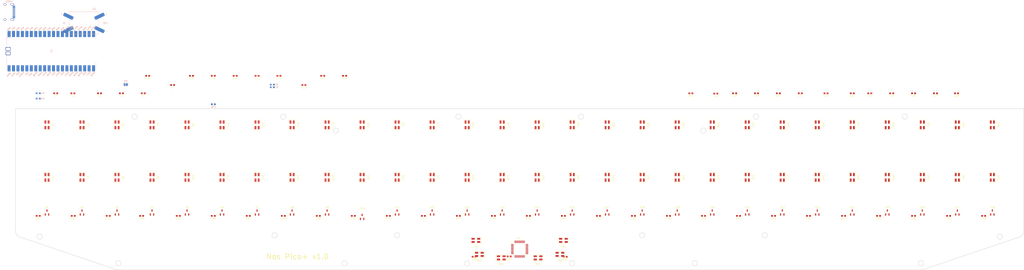
<source format=kicad_pcb>
(kicad_pcb (version 20241229) (generator "pcbnew") (generator_version "9.0")
  (title_block (title "Nos Pico Main"))
  (layers (0 "F.Cu" signal) (2 "B.Cu" signal) (13 "F.Paste" user) (15 "B.Paste" user) (5 "F.SilkS" user "F.Silkscreen") (7 "B.SilkS" user "B.Silkscreen") (1 "F.Mask" user) (3 "B.Mask" user) (25 "Edge.Cuts" user))
  (net 0 "")
  (net 1 "GND")
  (net 2 "+5V")
  (net 3 "+3V3")
  (net 4 "Net-(D1-In)")
  (net 5 "Net-(D16-Out)")
  (net 6 "Net-(D1-Out)")
  (net 7 "Net-(D2-Out)")
  (net 8 "Net-(D3-Out)")
  (net 9 "Net-(D4-Out)")
  (net 10 "Net-(D5-Out)")
  (net 11 "Net-(D6-Out)")
  (net 12 "Net-(D7-Out)")
  (net 13 "Net-(D8-Out)")
  (net 14 "Net-(D10-In)")
  (net 15 "Net-(D10-Out)")
  (net 16 "Net-(D11-Out)")
  (net 17 "Net-(D12-Out)")
  (net 18 "Net-(D13-Out)")
  (net 19 "Net-(D14-Out)")
  (net 20 "Net-(D15-Out)")
  (net 29 "Net-(U1-GPIO26_ADC0)")
  (net 37 "Net-(D17-Out)")
  (net 38 "Net-(D18-Out)")
  (net 39 "Net-(D19-Out)")
  (net 40 "Net-(D20-Out)")
  (net 41 "Net-(D21-Out)")
  (net 42 "Net-(D22-Out)")
  (net 43 "Net-(D23-Out)")
  (net 44 "Net-(D24-Out)")
  (net 45 "Net-(D25-Out)")
  (net 46 "Net-(D26-Out)")
  (net 47 "Net-(D27-Out)")
  (net 48 "Net-(D28-Out)")
  (net 49 "Net-(D29-Out)")
  (net 50 "Net-(D30-Out)")
  (net 51 "Net-(D31-Out)")
  (net 52 "Net-(D32-Out)")
  (net 53 "Net-(D33-Out)")
  (net 54 "Net-(D34-Out)")
  (net 55 "Net-(D35-Out)")
  (net 56 "Net-(D36-Out)")
  (net 57 "Net-(D37-Out)")
  (net 58 "Net-(D38-Out)")
  (net 59 "Net-(D39-Out)")
  (net 60 "Net-(D40-Out)")
  (net 61 "Net-(D41-Out)")
  (net 62 "Net-(D42-Out)")
  (net 63 "Net-(D43-Out)")
  (net 64 "Net-(D44-Out)")
  (net 65 "Net-(D45-Out)")
  (net 66 "Net-(D46-Out)")
  (net 67 "Net-(D47-Out)")
  (net 68 "Net-(D48-Out)")
  (net 69 "Net-(D49-Out)")
  (net 70 "Net-(D50-Out)")
  (net 71 "Net-(D51-Out)")
  (net 72 "Net-(D52-Out)")
  (net 73 "Net-(D53-Out)")
  (net 74 "Net-(D54-Out)")
  (net 75 "Net-(D55-Out)")
  (net 77 "/A3")
  (net 78 "/S1")
  (net 79 "/S2")
  (net 80 "/S3")
  (net 81 "/S4")
  (net 82 "/S5")
  (net 83 "/S6")
  (net 84 "/S7")
  (net 85 "/A2")
  (net 86 "/A0")
  (net 87 "/S8")
  (net 88 "/A4")
  (net 89 "/A1")
  (net 90 "/WR")
  (net 91 "/S9")
  (net 92 "/S10")
  (net 94 "/S11")
  (net 95 "/S12")
  (net 96 "/CS")
  (net 97 "/S13")
  (net 99 "/S14")
  (net 100 "/S15")
  (net 101 "/S16")
  (net 102 "/S17")
  (net 103 "/S18")
  (net 104 "/S19")
  (net 106 "/S20")
  (net 107 "/S21")
  (net 109 "/S22")
  (net 110 "/S23")
  (net 111 "/S24")
  (net 112 "/S25")
  (net 114 "/S26")
  (net 115 "/S27")
  (net 116 "/S28")
  (net 117 "Vref")
  (net 121 "Net-(U2-D)")
  (net 122 "Net-(D57-Out)")
  (net 123 "Net-(D58-Out)")
  (net 124 "Net-(D59-Out)")
  (net 125 "Net-(D60-Out)")
  (net 126 "Net-(D61-Out)")
  (net 129 "Net-(D57-In)")
  (net 131 "Net-(USB1-CC1)")
  (net 132 "Net-(USB1-CC2)")
  (net 133 "VBUS")
  (net 134 "Net-(U1-USB2)")
  (net 135 "Net-(U1-USB1)")
  (footprint "Capacitor_SMD:C_0603_1608Metric_Pad1.08x0.95mm_HandSolder" (layer "F.Cu") (at 118.536 139.59268 180)
    (property "Reference" "C35" (at 0.034147 -1.480815 0) (layer "F.SilkS"))
    (property "Value" "0.1uF")
    (pad "1" smd roundrect (at -0.8625 0 180) (size 1.075 0.95) (layers "F.Cu" "F.Mask" "F.Paste") (net 117 "Vref"))
    (pad "2" smd roundrect (at 0.8625 0 180) (size 1.075 0.95) (layers "F.Cu" "F.Mask" "F.Paste") (net 1 "GND"))
  )
  (footprint "Package_TO_SOT_SMD:SOT-23-3" (layer "F.Cu") (at 403.536 137.69268 90)
    (property "Reference" "H19" (at 3 0 0) (layer "F.SilkS"))
    (property "Value" "SS49E_SOT23")
    (pad "1" smd roundrect (at -1.1375 -0.95 90) (size 1.325 0.6) (layers "F.Cu" "F.Mask" "F.Paste") (net 117 "Vref"))
    (pad "2" smd roundrect (at -1.1375 0.95 90) (size 1.325 0.6) (layers "F.Cu" "F.Mask" "F.Paste") (net 104 "/S19"))
    (pad "3" smd roundrect (at 1.1375 0 90) (size 1.325 0.6) (layers "F.Cu" "F.Mask" "F.Paste") (net 1 "GND"))
  )
  (footprint "Capacitor_SMD:C_0603_1608Metric_Pad1.08x0.95mm_HandSolder" (layer "F.Cu") (at 278.536 139.59268 180)
    (property "Reference" "C43" (at 0.034147 -1.480815 0) (layer "F.SilkS"))
    (property "Value" "0.1uF")
    (pad "1" smd roundrect (at -0.8625 0 180) (size 1.075 0.95) (layers "F.Cu" "F.Mask" "F.Paste") (net 117 "Vref"))
    (pad "2" smd roundrect (at 0.8625 0 180) (size 1.075 0.95) (layers "F.Cu" "F.Mask" "F.Paste") (net 1 "GND"))
  )
  (footprint "nos_plus:WS2812B-2835" (layer "F.Cu") (at 463.536 87.59268 -90)
    (property "Reference" "D43" (at 0 -3.45 270) (layer "F.SilkS"))
    (property "Value" "WS2812B_Unified" (hide yes))
    (pad "G" smd rect (at 1.6 0.9 270) (size 1.8 1) (layers "F.Cu" "F.Mask" "F.Paste") (net 1 "GND"))
    (pad "I" smd rect (at 1.6 -0.9 270) (size 1.8 1) (layers "F.Cu" "F.Mask" "F.Paste") (net 62 "Net-(D42-Out)"))
    (pad "O" smd rect (at -1.6 0.9 270) (size 1.8 1) (layers "F.Cu" "F.Mask" "F.Paste") (net 63 "Net-(D43-Out)"))
    (pad "V" smd rect (at -1.6 -0.9 270) (size 1.8 1) (layers "F.Cu" "F.Mask" "F.Paste") (net 2 "+5V"))
  )
  (footprint "Capacitor_SMD:C_0603_1608Metric_Pad1.08x0.95mm_HandSolder" (layer "F.Cu") (at 398.536 139.59268 180)
    (property "Reference" "C49" (at 0.034147 -1.480815 0) (layer "F.SilkS"))
    (property "Value" "0.1uF")
    (pad "1" smd roundrect (at -0.8625 0 180) (size 1.075 0.95) (layers "F.Cu" "F.Mask" "F.Paste") (net 117 "Vref"))
    (pad "2" smd roundrect (at 0.8625 0 180) (size 1.075 0.95) (layers "F.Cu" "F.Mask" "F.Paste") (net 1 "GND"))
  )
  (footprint "nos_plus:WS2812B-2835" (layer "F.Cu") (at 63.536 117.59268 -90)
    (property "Reference" "D4" (at 0 -3.45 270) (layer "F.SilkS"))
    (property "Value" "WS2812B_Unified" (hide yes))
    (pad "G" smd rect (at 1.6 0.9 270) (size 1.8 1) (layers "F.Cu" "F.Mask" "F.Paste") (net 1 "GND"))
    (pad "I" smd rect (at 1.6 -0.9 270) (size 1.8 1) (layers "F.Cu" "F.Mask" "F.Paste") (net 8 "Net-(D3-Out)"))
    (pad "O" smd rect (at -1.6 0.9 270) (size 1.8 1) (layers "F.Cu" "F.Mask" "F.Paste") (net 9 "Net-(D4-Out)"))
    (pad "V" smd rect (at -1.6 -0.9 270) (size 1.8 1) (layers "F.Cu" "F.Mask" "F.Paste") (net 2 "+5V"))
  )
  (footprint "nos_plus:WS2812B-2835" (layer "F.Cu") (at 463.536 117.59268 -90)
    (property "Reference" "D44" (at 0 -3.45 270) (layer "F.SilkS"))
    (property "Value" "WS2812B_Unified" (hide yes))
    (pad "G" smd rect (at 1.6 0.9 270) (size 1.8 1) (layers "F.Cu" "F.Mask" "F.Paste") (net 1 "GND"))
    (pad "I" smd rect (at 1.6 -0.9 270) (size 1.8 1) (layers "F.Cu" "F.Mask" "F.Paste") (net 63 "Net-(D43-Out)"))
    (pad "O" smd rect (at -1.6 0.9 270) (size 1.8 1) (layers "F.Cu" "F.Mask" "F.Paste") (net 64 "Net-(D44-Out)"))
    (pad "V" smd rect (at -1.6 -0.9 270) (size 1.8 1) (layers "F.Cu" "F.Mask" "F.Paste") (net 2 "+5V"))
  )
  (footprint "Capacitor_SMD:C_0603_1608Metric_Pad1.08x0.95mm_HandSolder" (layer "F.Cu") (at 411.3235 69.59268 180)
    (property "Reference" "C16" (at -0.019305 -1.35466 0) (layer "F.SilkS"))
    (property "Value" "0.1uF")
    (pad "1" smd roundrect (at -0.8625 0 180) (size 1.075 0.95) (layers "F.Cu" "F.Mask" "F.Paste") (net 2 "+5V"))
    (pad "2" smd roundrect (at 0.8625 0 180) (size 1.075 0.95) (layers "F.Cu" "F.Mask" "F.Paste") (net 1 "GND"))
  )
  (footprint "nos_plus:WS2812B-2835" (layer "F.Cu") (at 543.536 87.59268 -90)
    (property "Reference" "D51" (at 0 -3.45 270) (layer "F.SilkS"))
    (property "Value" "WS2812B_Unified" (hide yes))
    (pad "G" smd rect (at 1.6 0.9 270) (size 1.8 1) (layers "F.Cu" "F.Mask" "F.Paste") (net 1 "GND"))
    (pad "I" smd rect (at 1.6 -0.9 270) (size 1.8 1) (layers "F.Cu" "F.Mask" "F.Paste") (net 70 "Net-(D50-Out)"))
    (pad "O" smd rect (at -1.6 0.9 270) (size 1.8 1) (layers "F.Cu" "F.Mask" "F.Paste") (net 71 "Net-(D51-Out)"))
    (pad "V" smd rect (at -1.6 -0.9 270) (size 1.8 1) (layers "F.Cu" "F.Mask" "F.Paste") (net 2 "+5V"))
  )
  (footprint "nos_plus:WS2812B-2835" (layer "F.Cu") (at 403.536 87.59268 -90)
    (property "Reference" "D37" (at 0 -3.45 270) (layer "F.SilkS"))
    (property "Value" "WS2812B_Unified" (hide yes))
    (pad "G" smd rect (at 1.6 0.9 270) (size 1.8 1) (layers "F.Cu" "F.Mask" "F.Paste") (net 1 "GND"))
    (pad "I" smd rect (at 1.6 -0.9 270) (size 1.8 1) (layers "F.Cu" "F.Mask" "F.Paste") (net 56 "Net-(D36-Out)"))
    (pad "O" smd rect (at -1.6 0.9 270) (size 1.8 1) (layers "F.Cu" "F.Mask" "F.Paste") (net 57 "Net-(D37-Out)"))
    (pad "V" smd rect (at -1.6 -0.9 270) (size 1.8 1) (layers "F.Cu" "F.Mask" "F.Paste") (net 2 "+5V"))
  )
  (footprint "Capacitor_SMD:C_0603_1608Metric_Pad1.08x0.95mm_HandSolder" (layer "F.Cu") (at 478.536 139.59268 180)
    (property "Reference" "C53" (at 0.034147 -1.480815 0) (layer "F.SilkS"))
    (property "Value" "0.1uF")
    (pad "1" smd roundrect (at -0.8625 0 180) (size 1.075 0.95) (layers "F.Cu" "F.Mask" "F.Paste") (net 117 "Vref"))
    (pad "2" smd roundrect (at 0.8625 0 180) (size 1.075 0.95) (layers "F.Cu" "F.Mask" "F.Paste") (net 1 "GND"))
  )
  (footprint "Package_TO_SOT_SMD:SOT-23-3" (layer "F.Cu") (at 443.536 137.69268 90)
    (property "Reference" "H21" (at 3 0 0) (layer "F.SilkS"))
    (property "Value" "SS49E_SOT23")
    (pad "1" smd roundrect (at -1.1375 -0.95 90) (size 1.325 0.6) (layers "F.Cu" "F.Mask" "F.Paste") (net 117 "Vref"))
    (pad "2" smd roundrect (at -1.1375 0.95 90) (size 1.325 0.6) (layers "F.Cu" "F.Mask" "F.Paste") (net 107 "/S21"))
    (pad "3" smd roundrect (at 1.1375 0 90) (size 1.325 0.6) (layers "F.Cu" "F.Mask" "F.Paste") (net 1 "GND"))
  )
  (footprint "Capacitor_SMD:C_0603_1608Metric_Pad1.08x0.95mm_HandSolder" (layer "F.Cu") (at 503.536 69.59268 180)
    (property "Reference" "C23" (at -0.013067 -1.412205 0) (layer "F.SilkS"))
    (property "Value" "0.1uF")
    (pad "1" smd roundrect (at -0.8625 0 180) (size 1.075 0.95) (layers "F.Cu" "F.Mask" "F.Paste") (net 2 "+5V"))
    (pad "2" smd roundrect (at 0.8625 0 180) (size 1.075 0.95) (layers "F.Cu" "F.Mask" "F.Paste") (net 1 "GND"))
  )
  (footprint "Capacitor_SMD:C_0603_1608Metric_Pad1.08x0.95mm_HandSolder" (layer "F.Cu") (at 378.536 139.59268 180)
    (property "Reference" "C48" (at 0.034147 -1.480815 0) (layer "F.SilkS"))
    (property "Value" "0.1uF")
    (pad "1" smd roundrect (at -0.8625 0 180) (size 1.075 0.95) (layers "F.Cu" "F.Mask" "F.Paste") (net 117 "Vref"))
    (pad "2" smd roundrect (at 0.8625 0 180) (size 1.075 0.95) (layers "F.Cu" "F.Mask" "F.Paste") (net 1 "GND"))
  )
  (footprint "nos_plus:WS2812B-2835" (layer "F.Cu") (at 343.536 87.59268 -90)
    (property "Reference" "D31" (at 0 -3.45 270) (layer "F.SilkS"))
    (property "Value" "WS2812B_Unified" (hide yes))
    (pad "G" smd rect (at 1.6 0.9 270) (size 1.8 1) (layers "F.Cu" "F.Mask" "F.Paste") (net 1 "GND"))
    (pad "I" smd rect (at 1.6 -0.9 270) (size 1.8 1) (layers "F.Cu" "F.Mask" "F.Paste") (net 50 "Net-(D30-Out)"))
    (pad "O" smd rect (at -1.6 0.9 270) (size 1.8 1) (layers "F.Cu" "F.Mask" "F.Paste") (net 51 "Net-(D31-Out)"))
    (pad "V" smd rect (at -1.6 -0.9 270) (size 1.8 1) (layers "F.Cu" "F.Mask" "F.Paste") (net 2 "+5V"))
  )
  (footprint "nos_main:QFP50P900X900X120-49N" (layer "F.Cu") (at 313.536 158.59268)
    (property "Reference" "U2" (at -0.80868 -6.14793 0) (layer "F.SilkS"))
    (property "Value" "ADG732BSUZ")
    (pad "1" smd roundrect (at -4.17 -2.75) (size 1.49 0.28) (layers "F.Cu" "F.Mask" "F.Paste") (net 95 "/S12"))
    (pad "2" smd roundrect (at -4.17 -2.25) (size 1.49 0.28) (layers "F.Cu" "F.Mask" "F.Paste") (net 94 "/S11"))
    (pad "3" smd roundrect (at -4.17 -1.75) (size 1.49 0.28) (layers "F.Cu" "F.Mask" "F.Paste") (net 92 "/S10"))
    (pad "4" smd roundrect (at -4.17 -1.25) (size 1.49 0.28) (layers "F.Cu" "F.Mask" "F.Paste") (net 91 "/S9"))
    (pad "5" smd roundrect (at -4.17 -0.75) (size 1.49 0.28) (layers "F.Cu" "F.Mask" "F.Paste") (net 87 "/S8"))
    (pad "6" smd roundrect (at -4.17 -0.25) (size 1.49 0.28) (layers "F.Cu" "F.Mask" "F.Paste") (net 84 "/S7"))
    (pad "7" smd roundrect (at -4.17 0.25) (size 1.49 0.28) (layers "F.Cu" "F.Mask" "F.Paste") (net 83 "/S6"))
    (pad "8" smd roundrect (at -4.17 0.75) (size 1.49 0.28) (layers "F.Cu" "F.Mask" "F.Paste") (net 82 "/S5"))
    (pad "9" smd roundrect (at -4.17 1.25) (size 1.49 0.28) (layers "F.Cu" "F.Mask" "F.Paste") (net 81 "/S4"))
    (pad "10" smd roundrect (at -4.17 1.75) (size 1.49 0.28) (layers "F.Cu" "F.Mask" "F.Paste") (net 80 "/S3"))
    (pad "11" smd roundrect (at -4.17 2.25) (size 1.49 0.28) (layers "F.Cu" "F.Mask" "F.Paste") (net 79 "/S2"))
    (pad "12" smd roundrect (at -4.17 2.75) (size 1.49 0.28) (layers "F.Cu" "F.Mask" "F.Paste") (net 78 "/S1"))
    (pad "13" smd roundrect (at -2.75 4.17) (size 0.28 1.49) (layers "F.Cu" "F.Mask" "F.Paste") (net 117 "Vref"))
    (pad "14" smd roundrect (at -2.25 4.17) (size 0.28 1.49) (layers "F.Cu" "F.Mask" "F.Paste") (net 117 "Vref"))
    (pad "15" smd roundrect (at -1.75 4.17) (size 0.28 1.49) (layers "F.Cu" "F.Mask" "F.Paste") (net 86 "/A0"))
    (pad "16" smd roundrect (at -1.25 4.17) (size 0.28 1.49) (layers "F.Cu" "F.Mask" "F.Paste") (net 89 "/A1"))
    (pad "17" smd roundrect (at -0.75 4.17) (size 0.28 1.49) (layers "F.Cu" "F.Mask" "F.Paste") (net 85 "/A2"))
    (pad "18" smd roundrect (at -0.25 4.17) (size 0.28 1.49) (layers "F.Cu" "F.Mask" "F.Paste") (net 77 "/A3"))
    (pad "19" smd roundrect (at 0.25 4.17) (size 0.28 1.49) (layers "F.Cu" "F.Mask" "F.Paste") (net 88 "/A4"))
    (pad "20" smd roundrect (at 0.75 4.17) (size 0.28 1.49) (layers "F.Cu" "F.Mask" "F.Paste") (net 96 "/CS"))
    (pad "21" smd roundrect (at 1.25 4.17) (size 0.28 1.49) (layers "F.Cu" "F.Mask" "F.Paste") (net 90 "/WR"))
    (pad "22" smd roundrect (at 1.75 4.17) (size 0.28 1.49) (layers "F.Cu" "F.Mask" "F.Paste") (net 1 "GND"))
    (pad "23" smd roundrect (at 2.25 4.17) (size 0.28 1.49) (layers "F.Cu" "F.Mask" "F.Paste") (net 1 "GND"))
    (pad "24" smd roundrect (at 2.75 4.17) (size 0.28 1.49) (layers "F.Cu" "F.Mask" "F.Paste") (net 1 "GND"))
    (pad "25" smd roundrect (at 4.17 2.75) (size 1.49 0.28) (layers "F.Cu" "F.Mask" "F.Paste") (net 116 "/S28"))
    (pad "26" smd roundrect (at 4.17 2.25) (size 1.49 0.28) (layers "F.Cu" "F.Mask" "F.Paste") (net 115 "/S27"))
    (pad "27" smd roundrect (at 4.17 1.75) (size 1.49 0.28) (layers "F.Cu" "F.Mask" "F.Paste") (net 114 "/S26"))
    (pad "28" smd roundrect (at 4.17 1.25) (size 1.49 0.28) (layers "F.Cu" "F.Mask" "F.Paste") (net 112 "/S25"))
    (pad "29" smd roundrect (at 4.17 0.75) (size 1.49 0.28) (layers "F.Cu" "F.Mask" "F.Paste") (net 111 "/S24"))
    (pad "30" smd roundrect (at 4.17 0.25) (size 1.49 0.28) (layers "F.Cu" "F.Mask" "F.Paste") (net 110 "/S23"))
    (pad "31" smd roundrect (at 4.17 -0.25) (size 1.49 0.28) (layers "F.Cu" "F.Mask" "F.Paste") (net 109 "/S22"))
    (pad "32" smd roundrect (at 4.17 -0.75) (size 1.49 0.28) (layers "F.Cu" "F.Mask" "F.Paste") (net 107 "/S21"))
    (pad "33" smd roundrect (at 4.17 -1.25) (size 1.49 0.28) (layers "F.Cu" "F.Mask" "F.Paste") (net 106 "/S20"))
    (pad "34" smd roundrect (at 4.17 -1.75) (size 1.49 0.28) (layers "F.Cu" "F.Mask" "F.Paste") (net 104 "/S19"))
    (pad "35" smd roundrect (at 4.17 -2.25) (size 1.49 0.28) (layers "F.Cu" "F.Mask" "F.Paste") (net 103 "/S18"))
    (pad "36" smd roundrect (at 4.17 -2.75) (size 1.49 0.28) (layers "F.Cu" "F.Mask" "F.Paste") (net 102 "/S17"))
    (pad "37" smd roundrect (at 2.75 -4.17) (size 0.28 1.49) (layers "F.Cu" "F.Mask" "F.Paste"))
    (pad "38" smd roundrect (at 2.25 -4.17) (size 0.28 1.49) (layers "F.Cu" "F.Mask" "F.Paste"))
    (pad "39" smd roundrect (at 1.75 -4.17) (size 0.28 1.49) (layers "F.Cu" "F.Mask" "F.Paste"))
    (pad "40" smd roundrect (at 1.25 -4.17) (size 0.28 1.49) (layers "F.Cu" "F.Mask" "F.Paste"))
    (pad "41" smd roundrect (at 0.75 -4.17) (size 0.28 1.49) (layers "F.Cu" "F.Mask" "F.Paste"))
    (pad "42" smd roundrect (at 0.25 -4.17) (size 0.28 1.49) (layers "F.Cu" "F.Mask" "F.Paste"))
    (pad "43" smd roundrect (at -0.25 -4.17) (size 0.28 1.49) (layers "F.Cu" "F.Mask" "F.Paste") (net 121 "Net-(U2-D)"))
    (pad "44" smd roundrect (at -0.75 -4.17) (size 0.28 1.49) (layers "F.Cu" "F.Mask" "F.Paste"))
    (pad "45" smd roundrect (at -1.25 -4.17) (size 0.28 1.49) (layers "F.Cu" "F.Mask" "F.Paste") (net 101 "/S16"))
    (pad "46" smd roundrect (at -1.75 -4.17) (size 0.28 1.49) (layers "F.Cu" "F.Mask" "F.Paste") (net 100 "/S15"))
    (pad "47" smd roundrect (at -2.25 -4.17) (size 0.28 1.49) (layers "F.Cu" "F.Mask" "F.Paste") (net 99 "/S14"))
    (pad "48" smd roundrect (at -2.75 -4.17) (size 0.28 1.49) (layers "F.Cu" "F.Mask" "F.Paste") (net 97 "/S13"))
  )
  (footprint "Capacitor_SMD:C_0603_1608Metric_Pad1.08x0.95mm_HandSolder" (layer "F.Cu") (at 58.3235 69.59268 180)
    (property "Reference" "C2" (at -0.013067 -1.412205 0) (layer "F.SilkS"))
    (property "Value" "0.1uF")
    (pad "1" smd roundrect (at -0.8625 0 180) (size 1.075 0.95) (layers "F.Cu" "F.Mask" "F.Paste") (net 2 "+5V"))
    (pad "2" smd roundrect (at 0.8625 0 180) (size 1.075 0.95) (layers "F.Cu" "F.Mask" "F.Paste") (net 1 "GND"))
  )
  (footprint "nos_plus:WS2812B-2835" (layer "F.Cu") (at 283.536 117.59268 -90)
    (property "Reference" "D26" (at 0 -3.45 270) (layer "F.SilkS"))
    (property "Value" "WS2812B_Unified" (hide yes))
    (pad "G" smd rect (at 1.6 0.9 270) (size 1.8 1) (layers "F.Cu" "F.Mask" "F.Paste") (net 1 "GND"))
    (pad "I" smd rect (at 1.6 -0.9 270) (size 1.8 1) (layers "F.Cu" "F.Mask" "F.Paste") (net 45 "Net-(D25-Out)"))
    (pad "O" smd rect (at -1.6 0.9 270) (size 1.8 1) (layers "F.Cu" "F.Mask" "F.Paste") (net 46 "Net-(D26-Out)"))
    (pad "V" smd rect (at -1.6 -0.9 270) (size 1.8 1) (layers "F.Cu" "F.Mask" "F.Paste") (net 2 "+5V"))
  )
  (footprint "nos_plus:WS2812B-2835" (layer "F.Cu") (at 323.536 117.59268 -90)
    (property "Reference" "D30" (at 0 -3.45 270) (layer "F.SilkS"))
    (property "Value" "WS2812B_Unified" (hide yes))
    (pad "G" smd rect (at 1.6 0.9 270) (size 1.8 1) (layers "F.Cu" "F.Mask" "F.Paste") (net 1 "GND"))
    (pad "I" smd rect (at 1.6 -0.9 270) (size 1.8 1) (layers "F.Cu" "F.Mask" "F.Paste") (net 49 "Net-(D29-Out)"))
    (pad "O" smd rect (at -1.6 0.9 270) (size 1.8 1) (layers "F.Cu" "F.Mask" "F.Paste") (net 50 "Net-(D30-Out)"))
    (pad "V" smd rect (at -1.6 -0.9 270) (size 1.8 1) (layers "F.Cu" "F.Mask" "F.Paste") (net 2 "+5V"))
  )
  (footprint "Package_TO_SOT_SMD:SOT-23-3" (layer "F.Cu") (at 523.536 137.69268 90)
    (property "Reference" "H25" (at 3 0 0) (layer "F.SilkS"))
    (property "Value" "SS49E_SOT23")
    (pad "1" smd roundrect (at -1.1375 -0.95 90) (size 1.325 0.6) (layers "F.Cu" "F.Mask" "F.Paste") (net 117 "Vref"))
    (pad "2" smd roundrect (at -1.1375 0.95 90) (size 1.325 0.6) (layers "F.Cu" "F.Mask" "F.Paste") (net 112 "/S25"))
    (pad "3" smd roundrect (at 1.1375 0 90) (size 1.325 0.6) (layers "F.Cu" "F.Mask" "F.Paste") (net 1 "GND"))
  )
  (footprint "nos_plus:WS2812B-2835" (layer "F.Cu") (at 483.536 87.59268 -90)
    (property "Reference" "D45" (at 0 -3.45 270) (layer "F.SilkS"))
    (property "Value" "WS2812B_Unified" (hide yes))
    (pad "G" smd rect (at 1.6 0.9 270) (size 1.8 1) (layers "F.Cu" "F.Mask" "F.Paste") (net 1 "GND"))
    (pad "I" smd rect (at 1.6 -0.9 270) (size 1.8 1) (layers "F.Cu" "F.Mask" "F.Paste") (net 64 "Net-(D44-Out)"))
    (pad "O" smd rect (at -1.6 0.9 270) (size 1.8 1) (layers "F.Cu" "F.Mask" "F.Paste") (net 65 "Net-(D45-Out)"))
    (pad "V" smd rect (at -1.6 -0.9 270) (size 1.8 1) (layers "F.Cu" "F.Mask" "F.Paste") (net 2 "+5V"))
  )
  (footprint "nos_plus:WS2812B-2835" (layer "F.Cu") (at 336.536 161.59268 180)
    (property "Reference" "D61" (at 0 -3.45 180) (layer "F.SilkS"))
    (property "Value" "WS2812B_Unified" (hide yes))
    (pad "G" smd rect (at 1.6 0.9 180) (size 1.8 1) (layers "F.Cu" "F.Mask" "F.Paste") (net 1 "GND"))
    (pad "I" smd rect (at 1.6 -0.9 180) (size 1.8 1) (layers "F.Cu" "F.Mask" "F.Paste") (net 125 "Net-(D60-Out)"))
    (pad "O" smd rect (at -1.6 0.9 180) (size 1.8 1) (layers "F.Cu" "F.Mask" "F.Paste") (net 126 "Net-(D61-Out)"))
    (pad "V" smd rect (at -1.6 -0.9 180) (size 1.8 1) (layers "F.Cu" "F.Mask" "F.Paste") (net 2 "+5V"))
  )
  (footprint "Package_TO_SOT_SMD:SOT-23-3" (layer "F.Cu") (at 63.536 137.69268 90)
    (property "Reference" "H2" (at 3 0 0) (layer "F.SilkS"))
    (property "Value" "SS49E_SOT23")
    (pad "1" smd roundrect (at -1.1375 -0.95 90) (size 1.325 0.6) (layers "F.Cu" "F.Mask" "F.Paste") (net 117 "Vref"))
    (pad "2" smd roundrect (at -1.1375 0.95 90) (size 1.325 0.6) (layers "F.Cu" "F.Mask" "F.Paste") (net 79 "/S2"))
    (pad "3" smd roundrect (at 1.1375 0 90) (size 1.325 0.6) (layers "F.Cu" "F.Mask" "F.Paste") (net 1 "GND"))
  )
  (footprint "nos_plus:WS2812B-2835" (layer "F.Cu") (at 183.536 117.59268 -90)
    (property "Reference" "D16" (at 0 -3.45 270) (layer "F.SilkS"))
    (property "Value" "WS2812B_Unified" (hide yes))
    (pad "G" smd rect (at 1.6 0.9 270) (size 1.8 1) (layers "F.Cu" "F.Mask" "F.Paste") (net 1 "GND"))
    (pad "I" smd rect (at 1.6 -0.9 270) (size 1.8 1) (layers "F.Cu" "F.Mask" "F.Paste") (net 20 "Net-(D15-Out)"))
    (pad "O" smd rect (at -1.6 0.9 270) (size 1.8 1) (layers "F.Cu" "F.Mask" "F.Paste") (net 5 "Net-(D16-Out)"))
    (pad "V" smd rect (at -1.6 -0.9 270) (size 1.8 1) (layers "F.Cu" "F.Mask" "F.Paste") (net 2 "+5V"))
  )
  (footprint "nos_plus:WS2812B-2835" (layer "F.Cu") (at 403.536 117.59268 -90)
    (property "Reference" "D38" (at 0 -3.45 270) (layer "F.SilkS"))
    (property "Value" "WS2812B_Unified" (hide yes))
    (pad "G" smd rect (at 1.6 0.9 270) (size 1.8 1) (layers "F.Cu" "F.Mask" "F.Paste") (net 1 "GND"))
    (pad "I" smd rect (at 1.6 -0.9 270) (size 1.8 1) (layers "F.Cu" "F.Mask" "F.Paste") (net 57 "Net-(D37-Out)"))
    (pad "O" smd rect (at -1.6 0.9 270) (size 1.8 1) (layers "F.Cu" "F.Mask" "F.Paste") (net 58 "Net-(D38-Out)"))
    (pad "V" smd rect (at -1.6 -0.9 270) (size 1.8 1) (layers "F.Cu" "F.Mask" "F.Paste") (net 2 "+5V"))
  )
  (footprint "nos_plus:WS2812B-2835" (layer "F.Cu") (at 324.036 163.59268 180)
    (property "Reference" "D60" (at 0 -3.45 180) (layer "F.SilkS"))
    (property "Value" "WS2812B_Unified" (hide yes))
    (pad "G" smd rect (at 1.6 0.9 180) (size 1.8 1) (layers "F.Cu" "F.Mask" "F.Paste") (net 1 "GND"))
    (pad "I" smd rect (at 1.6 -0.9 180) (size 1.8 1) (layers "F.Cu" "F.Mask" "F.Paste") (net 124 "Net-(D59-Out)"))
    (pad "O" smd rect (at -1.6 0.9 180) (size 1.8 1) (layers "F.Cu" "F.Mask" "F.Paste") (net 125 "Net-(D60-Out)"))
    (pad "V" smd rect (at -1.6 -0.9 180) (size 1.8 1) (layers "F.Cu" "F.Mask" "F.Paste") (net 2 "+5V"))
  )
  (footprint "Capacitor_SMD:C_0603_1608Metric_Pad1.08x0.95mm_HandSolder" (layer "F.Cu") (at 287.536 162.94268 180)
    (property "Reference" "C59" (at 0 -1.35 0) (layer "F.SilkS"))
    (property "Value" "0.1uF")
    (pad "1" smd roundrect (at -0.8625 0 180) (size 1.075 0.95) (layers "F.Cu" "F.Mask" "F.Paste") (net 2 "+5V"))
    (pad "2" smd roundrect (at 0.8625 0 180) (size 1.075 0.95) (layers "F.Cu" "F.Mask" "F.Paste") (net 1 "GND"))
  )
  (footprint "Capacitor_SMD:C_0603_1608Metric_Pad1.08x0.95mm_HandSolder" (layer "F.Cu") (at 538.536 69.59268 180)
    (property "Reference" "C26" (at -0.019305 -1.35466 0) (layer "F.SilkS"))
    (property "Value" "0.1uF")
    (pad "1" smd roundrect (at -0.8625 0 180) (size 1.075 0.95) (layers "F.Cu" "F.Mask" "F.Paste") (net 2 "+5V"))
    (pad "2" smd roundrect (at 0.8625 0 180) (size 1.075 0.95) (layers "F.Cu" "F.Mask" "F.Paste") (net 1 "GND"))
  )
  (footprint "Package_TO_SOT_SMD:SOT-23-3" (layer "F.Cu") (at 463.536 137.69268 90)
    (property "Reference" "H22" (at 3 0 0) (layer "F.SilkS"))
    (property "Value" "SS49E_SOT23")
    (pad "1" smd roundrect (at -1.1375 -0.95 90) (size 1.325 0.6) (layers "F.Cu" "F.Mask" "F.Paste") (net 117 "Vref"))
    (pad "2" smd roundrect (at -1.1375 0.95 90) (size 1.325 0.6) (layers "F.Cu" "F.Mask" "F.Paste") (net 109 "/S22"))
    (pad "3" smd roundrect (at 1.1375 0 90) (size 1.325 0.6) (layers "F.Cu" "F.Mask" "F.Paste") (net 1 "GND"))
  )
  (footprint "Capacitor_SMD:C_0603_1608Metric_Pad1.08x0.95mm_HandSolder" (layer "F.Cu") (at 436.3235 69.59268 180)
    (property "Reference" "C18" (at -0.019305 -1.35466 0) (layer "F.SilkS"))
    (property "Value" "0.1uF")
    (pad "1" smd roundrect (at -0.8625 0 180) (size 1.075 0.95) (layers "F.Cu" "F.Mask" "F.Paste") (net 2 "+5V"))
    (pad "2" smd roundrect (at 0.8625 0 180) (size 1.075 0.95) (layers "F.Cu" "F.Mask" "F.Paste") (net 1 "GND"))
  )
  (footprint "Capacitor_SMD:C_0603_1608Metric_Pad1.08x0.95mm_HandSolder" (layer "F.Cu") (at 307.536 162.76268 180)
    (property "Reference" "C29" (at 0 -1.43 0) (layer "F.SilkS"))
    (property "Value" "0.1uF")
    (pad "1" smd roundrect (at -0.8625 0 180) (size 1.075 0.95) (layers "F.Cu" "F.Mask" "F.Paste") (net 117 "Vref"))
    (pad "2" smd roundrect (at 0.8625 0 180) (size 1.075 0.95) (layers "F.Cu" "F.Mask" "F.Paste") (net 1 "GND"))
  )
  (footprint "nos_plus:WS2812B-2835" (layer "F.Cu") (at 583.536 87.59268 -90)
    (property "Reference" "D55" (at 0 -3.45 270) (layer "F.SilkS"))
    (property "Value" "WS2812B_Unified" (hide yes))
    (pad "G" smd rect (at 1.6 0.9 270) (size 1.8 1) (layers "F.Cu" "F.Mask" "F.Paste") (net 1 "GND"))
    (pad "I" smd rect (at 1.6 -0.9 270) (size 1.8 1) (layers "F.Cu" "F.Mask" "F.Paste") (net 74 "Net-(D54-Out)"))
    (pad "O" smd rect (at -1.6 0.9 270) (size 1.8 1) (layers "F.Cu" "F.Mask" "F.Paste") (net 75 "Net-(D55-Out)"))
    (pad "V" smd rect (at -1.6 -0.9 270) (size 1.8 1) (layers "F.Cu" "F.Mask" "F.Paste") (net 2 "+5V"))
  )
  (footprint "nos_plus:WS2812B-2835" (layer "F.Cu") (at 83.536 87.59268 -90)
    (property "Reference" "D5" (at 0 -3.45 270) (layer "F.SilkS"))
    (property "Value" "WS2812B_Unified" (hide yes))
    (pad "G" smd rect (at 1.6 0.9 270) (size 1.8 1) (layers "F.Cu" "F.Mask" "F.Paste") (net 1 "GND"))
    (pad "I" smd rect (at 1.6 -0.9 270) (size 1.8 1) (layers "F.Cu" "F.Mask" "F.Paste") (net 9 "Net-(D4-Out)"))
    (pad "O" smd rect (at -1.6 0.9 270) (size 1.8 1) (layers "F.Cu" "F.Mask" "F.Paste") (net 10 "Net-(D5-Out)"))
    (pad "V" smd rect (at -1.6 -0.9 270) (size 1.8 1) (layers "F.Cu" "F.Mask" "F.Paste") (net 2 "+5V"))
  )
  (footprint "nos_plus:WS2812B-2835" (layer "F.Cu") (at 223.536 117.59268 -90)
    (property "Reference" "D20" (at 0 -3.45 270) (layer "F.SilkS"))
    (property "Value" "WS2812B_Unified" (hide yes))
    (pad "G" smd rect (at 1.6 0.9 270) (size 1.8 1) (layers "F.Cu" "F.Mask" "F.Paste") (net 1 "GND"))
    (pad "I" smd rect (at 1.6 -0.9 270) (size 1.8 1) (layers "F.Cu" "F.Mask" "F.Paste") (net 39 "Net-(D19-Out)"))
    (pad "O" smd rect (at -1.6 0.9 270) (size 1.8 1) (layers "F.Cu" "F.Mask" "F.Paste") (net 40 "Net-(D20-Out)"))
    (pad "V" smd rect (at -1.6 -0.9 270) (size 1.8 1) (layers "F.Cu" "F.Mask" "F.Paste") (net 2 "+5V"))
  )
  (footprint "Capacitor_SMD:C_0603_1608Metric_Pad1.08x0.95mm_HandSolder" (layer "F.Cu") (at 98.536 69.59268 180)
    (property "Reference" "C5" (at -0.019305 -1.35466 0) (layer "F.SilkS"))
    (property "Value" "0.1uF")
    (pad "1" smd roundrect (at -0.8625 0 180) (size 1.075 0.95) (layers "F.Cu" "F.Mask" "F.Paste") (net 2 "+5V"))
    (pad "2" smd roundrect (at 0.8625 0 180) (size 1.075 0.95) (layers "F.Cu" "F.Mask" "F.Paste") (net 1 "GND"))
  )
  (footprint "Capacitor_SMD:C_0603_1608Metric_Pad1.08x0.95mm_HandSolder" (layer "F.Cu") (at 126.036 59.59268 180)
    (property "Reference" "C8" (at -0.019305 -1.35466 0) (layer "F.SilkS"))
    (property "Value" "0.1uF")
    (pad "1" smd roundrect (at -0.8625 0 180) (size 1.075 0.95) (layers "F.Cu" "F.Mask" "F.Paste") (net 2 "+5V"))
    (pad "2" smd roundrect (at 0.8625 0 180) (size 1.075 0.95) (layers "F.Cu" "F.Mask" "F.Paste") (net 1 "GND"))
  )
  (footprint "Capacitor_SMD:C_0603_1608Metric_Pad1.08x0.95mm_HandSolder" (layer "F.Cu") (at 438.536 139.59268 180)
    (property "Reference" "C51" (at 0.034147 -1.480815 0) (layer "F.SilkS"))
    (property "Value" "0.1uF")
    (pad "1" smd roundrect (at -0.8625 0 180) (size 1.075 0.95) (layers "F.Cu" "F.Mask" "F.Paste") (net 117 "Vref"))
    (pad "2" smd roundrect (at 0.8625 0 180) (size 1.075 0.95) (layers "F.Cu" "F.Mask" "F.Paste") (net 1 "GND"))
  )
  (footprint "Capacitor_SMD:C_0603_1608Metric_Pad1.08x0.95mm_HandSolder" (layer "F.Cu") (at 339.536 162.94268)
    (property "Reference" "C60" (at 0 1.35 0) (layer "F.SilkS"))
    (property "Value" "0.1uF")
    (pad "1" smd roundrect (at -0.8625 0) (size 1.075 0.95) (layers "F.Cu" "F.Mask" "F.Paste") (net 2 "+5V"))
    (pad "2" smd roundrect (at 0.8625 0) (size 1.075 0.95) (layers "F.Cu" "F.Mask" "F.Paste") (net 1 "GND"))
  )
  (footprint "nos_plus:WS2812B-2835" (layer "F.Cu") (at 443.536 87.59268 -90)
    (property "Reference" "D41" (at 0 -3.45 270) (layer "F.SilkS"))
    (property "Value" "WS2812B_Unified" (hide yes))
    (pad "G" smd rect (at 1.6 0.9 270) (size 1.8 1) (layers "F.Cu" "F.Mask" "F.Paste") (net 1 "GND"))
    (pad "I" smd rect (at 1.6 -0.9 270) (size 1.8 1) (layers "F.Cu" "F.Mask" "F.Paste") (net 60 "Net-(D40-Out)"))
    (pad "O" smd rect (at -1.6 0.9 270) (size 1.8 1) (layers "F.Cu" "F.Mask" "F.Paste") (net 61 "Net-(D41-Out)"))
    (pad "V" smd rect (at -1.6 -0.9 270) (size 1.8 1) (layers "F.Cu" "F.Mask" "F.Paste") (net 2 "+5V"))
  )
  (footprint "Capacitor_SMD:C_0603_1608Metric_Pad1.08x0.95mm_HandSolder" (layer "F.Cu") (at 551.036 69.59268 180)
    (property "Reference" "C27" (at -0.019305 -1.35466 0) (layer "F.SilkS"))
    (property "Value" "0.1uF")
    (pad "1" smd roundrect (at -0.8625 0 180) (size 1.075 0.95) (layers "F.Cu" "F.Mask" "F.Paste") (net 2 "+5V"))
    (pad "2" smd roundrect (at 0.8625 0 180) (size 1.075 0.95) (layers "F.Cu" "F.Mask" "F.Paste") (net 1 "GND"))
  )
  (footprint "nos_plus:WS2812B-2835" (layer "F.Cu") (at 363.536 87.59268 -90)
    (property "Reference" "D33" (at 0 -3.45 270) (layer "F.SilkS"))
    (property "Value" "WS2812B_Unified" (hide yes))
    (pad "G" smd rect (at 1.6 0.9 270) (size 1.8 1) (layers "F.Cu" "F.Mask" "F.Paste") (net 1 "GND"))
    (pad "I" smd rect (at 1.6 -0.9 270) (size 1.8 1) (layers "F.Cu" "F.Mask" "F.Paste") (net 52 "Net-(D32-Out)"))
    (pad "O" smd rect (at -1.6 0.9 270) (size 1.8 1) (layers "F.Cu" "F.Mask" "F.Paste") (net 53 "Net-(D33-Out)"))
    (pad "V" smd rect (at -1.6 -0.9 270) (size 1.8 1) (layers "F.Cu" "F.Mask" "F.Paste") (net 2 "+5V"))
  )
  (footprint "nos_plus:WS2812B-2835" (layer "F.Cu") (at 43.536 117.59268 -90)
    (property "Reference" "D2" (at 0 -3.45 270) (layer "F.SilkS"))
    (property "Value" "WS2812B_Unified" (hide yes))
    (pad "G" smd rect (at 1.6 0.9 270) (size 1.8 1) (layers "F.Cu" "F.Mask" "F.Paste") (net 1 "GND"))
    (pad "I" smd rect (at 1.6 -0.9 270) (size 1.8 1) (layers "F.Cu" "F.Mask" "F.Paste") (net 6 "Net-(D1-Out)"))
    (pad "O" smd rect (at -1.6 0.9 270) (size 1.8 1) (layers "F.Cu" "F.Mask" "F.Paste") (net 7 "Net-(D2-Out)"))
    (pad "V" smd rect (at -1.6 -0.9 270) (size 1.8 1) (layers "F.Cu" "F.Mask" "F.Paste") (net 2 "+5V"))
  )
  (footprint "nos_plus:WS2812B-2835" (layer "F.Cu") (at 283.536 87.59268 -90)
    (property "Reference" "D25" (at 0 -3.45 270) (layer "F.SilkS"))
    (property "Value" "WS2812B_Unified" (hide yes))
    (pad "G" smd rect (at 1.6 0.9 270) (size 1.8 1) (layers "F.Cu" "F.Mask" "F.Paste") (net 1 "GND"))
    (pad "I" smd rect (at 1.6 -0.9 270) (size 1.8 1) (layers "F.Cu" "F.Mask" "F.Paste") (net 44 "Net-(D24-Out)"))
    (pad "O" smd rect (at -1.6 0.9 270) (size 1.8 1) (layers "F.Cu" "F.Mask" "F.Paste") (net 45 "Net-(D25-Out)"))
    (pad "V" smd rect (at -1.6 -0.9 270) (size 1.8 1) (layers "F.Cu" "F.Mask" "F.Paste") (net 2 "+5V"))
  )
  (footprint "Package_TO_SOT_SMD:SOT-23-3" (layer "F.Cu") (at 383.536 137.69268 90)
    (property "Reference" "H18" (at 3 0 0) (layer "F.SilkS"))
    (property "Value" "SS49E_SOT23")
    (pad "1" smd roundrect (at -1.1375 -0.95 90) (size 1.325 0.6) (layers "F.Cu" "F.Mask" "F.Paste") (net 117 "Vref"))
    (pad "2" smd roundrect (at -1.1375 0.95 90) (size 1.325 0.6) (layers "F.Cu" "F.Mask" "F.Paste") (net 103 "/S18"))
    (pad "3" smd roundrect (at 1.1375 0 90) (size 1.325 0.6) (layers "F.Cu" "F.Mask" "F.Paste") (net 1 "GND"))
  )
  (footprint "Capacitor_SMD:C_0603_1608Metric_Pad1.08x0.95mm_HandSolder" (layer "F.Cu") (at 138.536 139.59268 180)
    (property "Reference" "C36" (at 0.034147 -1.480815 0) (layer "F.SilkS"))
    (property "Value" "0.1uF")
    (pad "1" smd roundrect (at -0.8625 0 180) (size 1.075 0.95) (layers "F.Cu" "F.Mask" "F.Paste") (net 117 "Vref"))
    (pad "2" smd roundrect (at 0.8625 0 180) (size 1.075 0.95) (layers "F.Cu" "F.Mask" "F.Paste") (net 1 "GND"))
  )
  (footprint "nos_plus:WS2812B-2835" (layer "F.Cu") (at 263.536 87.59268 -90)
    (property "Reference" "D23" (at 0 -3.45 270) (layer "F.SilkS"))
    (property "Value" "WS2812B_Unified" (hide yes))
    (pad "G" smd rect (at 1.6 0.9 270) (size 1.8 1) (layers "F.Cu" "F.Mask" "F.Paste") (net 1 "GND"))
    (pad "I" smd rect (at 1.6 -0.9 270) (size 1.8 1) (layers "F.Cu" "F.Mask" "F.Paste") (net 42 "Net-(D22-Out)"))
    (pad "O" smd rect (at -1.6 0.9 270) (size 1.8 1) (layers "F.Cu" "F.Mask" "F.Paste") (net 43 "Net-(D23-Out)"))
    (pad "V" smd rect (at -1.6 -0.9 270) (size 1.8 1) (layers "F.Cu" "F.Mask" "F.Paste") (net 2 "+5V"))
  )
  (footprint "Capacitor_SMD:C_0603_1608Metric_Pad1.08x0.95mm_HandSolder" (layer "F.Cu") (at 38.536 139.59268 180)
    (property "Reference" "C31" (at 0.034147 -1.480815 0) (layer "F.SilkS"))
    (property "Value" "0.1uF")
    (pad "1" smd roundrect (at -0.8625 0 180) (size 1.075 0.95) (layers "F.Cu" "F.Mask" "F.Paste") (net 117 "Vref"))
    (pad "2" smd roundrect (at 0.8625 0 180) (size 1.075 0.95) (layers "F.Cu" "F.Mask" "F.Paste") (net 1 "GND"))
  )
  (footprint "Capacitor_SMD:C_0603_1608Metric_Pad1.08x0.95mm_HandSolder" (layer "F.Cu") (at 218.536 139.59268 180)
    (property "Reference" "C40" (at 0.034147 -1.480815 0) (layer "F.SilkS"))
    (property "Value" "0.1uF")
    (pad "1" smd roundrect (at -0.8625 0 180) (size 1.075 0.95) (layers "F.Cu" "F.Mask" "F.Paste") (net 117 "Vref"))
    (pad "2" smd roundrect (at 0.8625 0 180) (size 1.075 0.95) (layers "F.Cu" "F.Mask" "F.Paste") (net 1 "GND"))
  )
  (footprint "nos_plus:WS2812B-2835" (layer "F.Cu") (at 363.536 117.59268 -90)
    (property "Reference" "D34" (at 0 -3.45 270) (layer "F.SilkS"))
    (property "Value" "WS2812B_Unified" (hide yes))
    (pad "G" smd rect (at 1.6 0.9 270) (size 1.8 1) (layers "F.Cu" "F.Mask" "F.Paste") (net 1 "GND"))
    (pad "I" smd rect (at 1.6 -0.9 270) (size 1.8 1) (layers "F.Cu" "F.Mask" "F.Paste") (net 53 "Net-(D33-Out)"))
    (pad "O" smd rect (at -1.6 0.9 270) (size 1.8 1) (layers "F.Cu" "F.Mask" "F.Paste") (net 54 "Net-(D34-Out)"))
    (pad "V" smd rect (at -1.6 -0.9 270) (size 1.8 1) (layers "F.Cu" "F.Mask" "F.Paste") (net 2 "+5V"))
  )
  (footprint "Package_TO_SOT_SMD:SOT-23-3" (layer "F.Cu") (at 123.536 137.69268 90)
    (property "Reference" "H5" (at 3 0 0) (layer "F.SilkS"))
    (property "Value" "SS49E_SOT23")
    (pad "1" smd roundrect (at -1.1375 -0.95 90) (size 1.325 0.6) (layers "F.Cu" "F.Mask" "F.Paste") (net 117 "Vref"))
    (pad "2" smd roundrect (at -1.1375 0.95 90) (size 1.325 0.6) (layers "F.Cu" "F.Mask" "F.Paste") (net 82 "/S5"))
    (pad "3" smd roundrect (at 1.1375 0 90) (size 1.325 0.6) (layers "F.Cu" "F.Mask" "F.Paste") (net 1 "GND"))
  )
  (footprint "nos_plus:WS2812B-2835" (layer "F.Cu") (at 183.536 87.59268 -90)
    (property "Reference" "D15" (at 0 -3.45 270) (layer "F.SilkS"))
    (property "Value" "WS2812B_Unified" (hide yes))
    (pad "G" smd rect (at 1.6 0.9 270) (size 1.8 1) (layers "F.Cu" "F.Mask" "F.Paste") (net 1 "GND"))
    (pad "I" smd rect (at 1.6 -0.9 270) (size 1.8 1) (layers "F.Cu" "F.Mask" "F.Paste") (net 19 "Net-(D14-Out)"))
    (pad "O" smd rect (at -1.6 0.9 270) (size 1.8 1) (layers "F.Cu" "F.Mask" "F.Paste") (net 20 "Net-(D15-Out)"))
    (pad "V" smd rect (at -1.6 -0.9 270) (size 1.8 1) (layers "F.Cu" "F.Mask" "F.Paste") (net 2 "+5V"))
  )
  (footprint "Capacitor_SMD:C_0603_1608Metric_Pad1.08x0.95mm_HandSolder" (layer "F.Cu") (at 425.5735 69.74268 180)
    (property "Reference" "C17" (at -0.013067 -1.412205 0) (layer "F.SilkS"))
    (property "Value" "0.1uF")
    (pad "1" smd roundrect (at -0.8625 0 180) (size 1.075 0.95) (layers "F.Cu" "F.Mask" "F.Paste") (net 2 "+5V"))
    (pad "2" smd roundrect (at 0.8625 0 180) (size 1.075 0.95) (layers "F.Cu" "F.Mask" "F.Paste") (net 1 "GND"))
  )
  (footprint "nos_plus:WS2812B-2835" (layer "F.Cu") (at 203.536 117.59268 -90)
    (property "Reference" "D18" (at 0 -3.45 270) (layer "F.SilkS"))
    (property "Value" "WS2812B_Unified" (hide yes))
    (pad "G" smd rect (at 1.6 0.9 270) (size 1.8 1) (layers "F.Cu" "F.Mask" "F.Paste") (net 1 "GND"))
    (pad "I" smd rect (at 1.6 -0.9 270) (size 1.8 1) (layers "F.Cu" "F.Mask" "F.Paste") (net 37 "Net-(D17-Out)"))
    (pad "O" smd rect (at -1.6 0.9 270) (size 1.8 1) (layers "F.Cu" "F.Mask" "F.Paste") (net 38 "Net-(D18-Out)"))
    (pad "V" smd rect (at -1.6 -0.9 270) (size 1.8 1) (layers "F.Cu" "F.Mask" "F.Paste") (net 2 "+5V"))
  )
  (footprint "Capacitor_SMD:C_0603_1608Metric_Pad1.08x0.95mm_HandSolder" (layer "F.Cu") (at 238.536 139.59268 180)
    (property "Reference" "C41" (at 0.034147 -1.480815 0) (layer "F.SilkS"))
    (property "Value" "0.1uF")
    (pad "1" smd roundrect (at -0.8625 0 180) (size 1.075 0.95) (layers "F.Cu" "F.Mask" "F.Paste") (net 117 "Vref"))
    (pad "2" smd roundrect (at 0.8625 0 180) (size 1.075 0.95) (layers "F.Cu" "F.Mask" "F.Paste") (net 1 "GND"))
  )
  (footprint "Capacitor_SMD:C_0603_1608Metric_Pad1.08x0.95mm_HandSolder" (layer "F.Cu") (at 578.536 139.59268 180)
    (property "Reference" "C58" (at 0.034147 -1.480815 0) (layer "F.SilkS"))
    (property "Value" "0.1uF")
    (pad "1" smd roundrect (at -0.8625 0 180) (size 1.075 0.95) (layers "F.Cu" "F.Mask" "F.Paste") (net 117 "Vref"))
    (pad "2" smd roundrect (at 0.8625 0 180) (size 1.075 0.95) (layers "F.Cu" "F.Mask" "F.Paste") (net 1 "GND"))
  )
  (footprint "Capacitor_SMD:C_0603_1608Metric_Pad1.08x0.95mm_HandSolder" (layer "F.Cu") (at 158.536 139.59268 180)
    (property "Reference" "C37" (at 0.034147 -1.480815 0) (layer "F.SilkS"))
    (property "Value" "0.1uF")
    (pad "1" smd roundrect (at -0.8625 0 180) (size 1.075 0.95) (layers "F.Cu" "F.Mask" "F.Paste") (net 117 "Vref"))
    (pad "2" smd roundrect (at 0.8625 0 180) (size 1.075 0.95) (layers "F.Cu" "F.Mask" "F.Paste") (net 1 "GND"))
  )
  (footprint "Capacitor_SMD:C_0603_1608Metric_Pad1.08x0.95mm_HandSolder" (layer "F.Cu") (at 258.536 139.59268 180)
    (property "Reference" "C42" (at 0.034147 -1.480815 0) (layer "F.SilkS"))
    (property "Value" "0.1uF")
    (pad "1" smd roundrect (at -0.8625 0 180) (size 1.075 0.95) (layers "F.Cu" "F.Mask" "F.Paste") (net 117 "Vref"))
    (pad "2" smd roundrect (at 0.8625 0 180) (size 1.075 0.95) (layers "F.Cu" "F.Mask" "F.Paste") (net 1 "GND"))
  )
  (footprint "nos_plus:WS2812B-2835" (layer "F.Cu") (at 83.536 117.59268 -90)
    (property "Reference" "D6" (at 0 -3.45 270) (layer "F.SilkS"))
    (property "Value" "WS2812B_Unified" (hide yes))
    (pad "G" smd rect (at 1.6 0.9 270) (size 1.8 1) (layers "F.Cu" "F.Mask" "F.Paste") (net 1 "GND"))
    (pad "I" smd rect (at 1.6 -0.9 270) (size 1.8 1) (layers "F.Cu" "F.Mask" "F.Paste") (net 10 "Net-(D5-Out)"))
    (pad "O" smd rect (at -1.6 0.9 270) (size 1.8 1) (layers "F.Cu" "F.Mask" "F.Paste") (net 11 "Net-(D6-Out)"))
    (pad "V" smd rect (at -1.6 -0.9 270) (size 1.8 1) (layers "F.Cu" "F.Mask" "F.Paste") (net 2 "+5V"))
  )
  (footprint "Package_TO_SOT_SMD:SOT-23-3" (layer "F.Cu") (at 503.536 137.69268 90)
    (property "Reference" "H24" (at 3 0 0) (layer "F.SilkS"))
    (property "Value" "SS49E_SOT23")
    (pad "1" smd roundrect (at -1.1375 -0.95 90) (size 1.325 0.6) (layers "F.Cu" "F.Mask" "F.Paste") (net 117 "Vref"))
    (pad "2" smd roundrect (at -1.1375 0.95 90) (size 1.325 0.6) (layers "F.Cu" "F.Mask" "F.Paste") (net 111 "/S24"))
    (pad "3" smd roundrect (at 1.1375 0 90) (size 1.325 0.6) (layers "F.Cu" "F.Mask" "F.Paste") (net 1 "GND"))
  )
  (footprint "Capacitor_SMD:C_0603_1608Metric_Pad1.08x0.95mm_HandSolder" (layer "F.Cu") (at 176.036 59.59268 180)
    (property "Reference" "C12" (at -0.019305 -1.35466 0) (layer "F.SilkS"))
    (property "Value" "0.1uF")
    (pad "1" smd roundrect (at -0.8625 0 180) (size 1.075 0.95) (layers "F.Cu" "F.Mask" "F.Paste") (net 2 "+5V"))
    (pad "2" smd roundrect (at 0.8625 0 180) (size 1.075 0.95) (layers "F.Cu" "F.Mask" "F.Paste") (net 1 "GND"))
  )
  (footprint "nos_plus:WS2812B-2835" (layer "F.Cu") (at 263.536 117.59268 -90)
    (property "Reference" "D24" (at 0 -3.45 270) (layer "F.SilkS"))
    (property "Value" "WS2812B_Unified" (hide yes))
    (pad "G" smd rect (at 1.6 0.9 270) (size 1.8 1) (layers "F.Cu" "F.Mask" "F.Paste") (net 1 "GND"))
    (pad "I" smd rect (at 1.6 -0.9 270) (size 1.8 1) (layers "F.Cu" "F.Mask" "F.Paste") (net 43 "Net-(D23-Out)"))
    (pad "O" smd rect (at -1.6 0.9 270) (size 1.8 1) (layers "F.Cu" "F.Mask" "F.Paste") (net 44 "Net-(D24-Out)"))
    (pad "V" smd rect (at -1.6 -0.9 270) (size 1.8 1) (layers "F.Cu" "F.Mask" "F.Paste") (net 2 "+5V"))
  )
  (footprint "nos_plus:WS2812B-2835" (layer "F.Cu") (at 243.536 117.59268 -90)
    (property "Reference" "D22" (at 0 -3.45 270) (layer "F.SilkS"))
    (property "Value" "WS2812B_Unified" (hide yes))
    (pad "G" smd rect (at 1.6 0.9 270) (size 1.8 1) (layers "F.Cu" "F.Mask" "F.Paste") (net 1 "GND"))
    (pad "I" smd rect (at 1.6 -0.9 270) (size 1.8 1) (layers "F.Cu" "F.Mask" "F.Paste") (net 41 "Net-(D21-Out)"))
    (pad "O" smd rect (at -1.6 0.9 270) (size 1.8 1) (layers "F.Cu" "F.Mask" "F.Paste") (net 42 "Net-(D22-Out)"))
    (pad "V" smd rect (at -1.6 -0.9 270) (size 1.8 1) (layers "F.Cu" "F.Mask" "F.Paste") (net 2 "+5V"))
  )
  (footprint "Package_TO_SOT_SMD:SOT-23-3" (layer "F.Cu") (at 583.536 137.69268 90)
    (property "Reference" "H28" (at 3 0 0) (layer "F.SilkS"))
    (property "Value" "SS49E_SOT23")
    (pad "1" smd roundrect (at -1.1375 -0.95 90) (size 1.325 0.6) (layers "F.Cu" "F.Mask" "F.Paste") (net 117 "Vref"))
    (pad "2" smd roundrect (at -1.1375 0.95 90) (size 1.325 0.6) (layers "F.Cu" "F.Mask" "F.Paste") (net 116 "/S28"))
    (pad "3" smd roundrect (at 1.1375 0 90) (size 1.325 0.6) (layers "F.Cu" "F.Mask" "F.Paste") (net 1 "GND"))
  )
  (footprint "Capacitor_SMD:C_0603_1608Metric_Pad1.08x0.95mm_HandSolder" (layer "F.Cu") (at 518.536 139.59268 180)
    (property "Reference" "C55" (at 0.034147 -1.480815 0) (layer "F.SilkS"))
    (property "Value" "0.1uF")
    (pad "1" smd roundrect (at -0.8625 0 180) (size 1.075 0.95) (layers "F.Cu" "F.Mask" "F.Paste") (net 117 "Vref"))
    (pad "2" smd roundrect (at 0.8625 0 180) (size 1.075 0.95) (layers "F.Cu" "F.Mask" "F.Paste") (net 1 "GND"))
  )
  (footprint "Capacitor_SMD:C_0603_1608Metric_Pad1.08x0.95mm_HandSolder" (layer "F.Cu") (at 563.0735 69.59268 180)
    (property "Reference" "C28" (at -0.013067 -1.412205 0) (layer "F.SilkS"))
    (property "Value" "0.1uF")
    (pad "1" smd roundrect (at -0.8625 0 180) (size 1.075 0.95) (layers "F.Cu" "F.Mask" "F.Paste") (net 2 "+5V"))
    (pad "2" smd roundrect (at 0.8625 0 180) (size 1.075 0.95) (layers "F.Cu" "F.Mask" "F.Paste") (net 1 "GND"))
  )
  (footprint "Package_TO_SOT_SMD:SOT-23-3" (layer "F.Cu") (at 163.536 137.69268 90)
    (property "Reference" "H7" (at 3 0 0) (layer "F.SilkS"))
    (property "Value" "SS49E_SOT23")
    (pad "1" smd roundrect (at -1.1375 -0.95 90) (size 1.325 0.6) (layers "F.Cu" "F.Mask" "F.Paste") (net 117 "Vref"))
    (pad "2" smd roundrect (at -1.1375 0.95 90) (size 1.325 0.6) (layers "F.Cu" "F.Mask" "F.Paste") (net 84 "/S7"))
    (pad "3" smd roundrect (at 1.1375 0 90) (size 1.325 0.6) (layers "F.Cu" "F.Mask" "F.Paste") (net 1 "GND"))
  )
  (footprint "nos_plus:WS2812B-2835" (layer "F.Cu") (at 143.536 117.59268 -90)
    (property "Reference" "D12" (at 0 -3.45 270) (layer "F.SilkS"))
    (property "Value" "WS2812B_Unified" (hide yes))
    (pad "G" smd rect (at 1.6 0.9 270) (size 1.8 1) (layers "F.Cu" "F.Mask" "F.Paste") (net 1 "GND"))
    (pad "I" smd rect (at 1.6 -0.9 270) (size 1.8 1) (layers "F.Cu" "F.Mask" "F.Paste") (net 16 "Net-(D11-Out)"))
    (pad "O" smd rect (at -1.6 0.9 270) (size 1.8 1) (layers "F.Cu" "F.Mask" "F.Paste") (net 17 "Net-(D12-Out)"))
    (pad "V" smd rect (at -1.6 -0.9 270) (size 1.8 1) (layers "F.Cu" "F.Mask" "F.Paste") (net 2 "+5V"))
  )
  (footprint "Capacitor_SMD:C_0603_1608Metric_Pad1.08x0.95mm_HandSolder" (layer "F.Cu") (at 558.536 139.59268 180)
    (property "Reference" "C57" (at 0.034147 -1.480815 0) (layer "F.SilkS"))
    (property "Value" "0.1uF")
    (pad "1" smd roundrect (at -0.8625 0 180) (size 1.075 0.95) (layers "F.Cu" "F.Mask" "F.Paste") (net 117 "Vref"))
    (pad "2" smd roundrect (at 0.8625 0 180) (size 1.075 0.95) (layers "F.Cu" "F.Mask" "F.Paste") (net 1 "GND"))
  )
  (footprint "Capacitor_SMD:C_0603_1608Metric_Pad1.08x0.95mm_HandSolder" (layer "F.Cu") (at 338.536 139.59268 180)
    (property "Reference" "C46" (at 0.034147 -1.480815 0) (layer "F.SilkS"))
    (property "Value" "0.1uF")
    (pad "1" smd roundrect (at -0.8625 0 180) (size 1.075 0.95) (layers "F.Cu" "F.Mask" "F.Paste") (net 117 "Vref"))
    (pad "2" smd roundrect (at 0.8625 0 180) (size 1.075 0.95) (layers "F.Cu" "F.Mask" "F.Paste") (net 1 "GND"))
  )
  (footprint "nos_plus:WS2812B-2835" (layer "F.Cu") (at 543.536 117.59268 -90)
    (property "Reference" "D52" (at 0 -3.45 270) (layer "F.SilkS"))
    (property "Value" "WS2812B_Unified" (hide yes))
    (pad "G" smd rect (at 1.6 0.9 270) (size 1.8 1) (layers "F.Cu" "F.Mask" "F.Paste") (net 1 "GND"))
    (pad "I" smd rect (at 1.6 -0.9 270) (size 1.8 1) (layers "F.Cu" "F.Mask" "F.Paste") (net 71 "Net-(D51-Out)"))
    (pad "O" smd rect (at -1.6 0.9 270) (size 1.8 1) (layers "F.Cu" "F.Mask" "F.Paste") (net 72 "Net-(D52-Out)"))
    (pad "V" smd rect (at -1.6 -0.9 270) (size 1.8 1) (layers "F.Cu" "F.Mask" "F.Paste") (net 2 "+5V"))
  )
  (footprint "nos_plus:WS2812B-2835" (layer "F.Cu") (at 103.536 117.59268 -90)
    (property "Reference" "D8" (at 0 -3.45 270) (layer "F.SilkS"))
    (property "Value" "WS2812B_Unified" (hide yes))
    (pad "G" smd rect (at 1.6 0.9 270) (size 1.8 1) (layers "F.Cu" "F.Mask" "F.Paste") (net 1 "GND"))
    (pad "I" smd rect (at 1.6 -0.9 270) (size 1.8 1) (layers "F.Cu" "F.Mask" "F.Paste") (net 12 "Net-(D7-Out)"))
    (pad "O" smd rect (at -1.6 0.9 270) (size 1.8 1) (layers "F.Cu" "F.Mask" "F.Paste") (net 13 "Net-(D8-Out)"))
    (pad "V" smd rect (at -1.6 -0.9 270) (size 1.8 1) (layers "F.Cu" "F.Mask" "F.Paste") (net 2 "+5V"))
  )
  (footprint "Capacitor_SMD:C_0603_1608Metric_Pad1.08x0.95mm_HandSolder" (layer "F.Cu") (at 78.536 139.59268 180)
    (property "Reference" "C33" (at 0.034147 -1.480815 0) (layer "F.SilkS"))
    (property "Value" "0.1uF")
    (pad "1" smd roundrect (at -0.8625 0 180) (size 1.075 0.95) (layers "F.Cu" "F.Mask" "F.Paste") (net 117 "Vref"))
    (pad "2" smd roundrect (at 0.8625 0 180) (size 1.075 0.95) (layers "F.Cu" "F.Mask" "F.Paste") (net 1 "GND"))
  )
  (footprint "Capacitor_SMD:C_0603_1608Metric_Pad1.08x0.95mm_HandSolder" (layer "F.Cu") (at 473.8235 69.59268 180)
    (property "Reference" "C21" (at -0.019305 -1.35466 0) (layer "F.SilkS"))
    (property "Value" "0.1uF")
    (pad "1" smd roundrect (at -0.8625 0 180) (size 1.075 0.95) (layers "F.Cu" "F.Mask" "F.Paste") (net 2 "+5V"))
    (pad "2" smd roundrect (at 0.8625 0 180) (size 1.075 0.95) (layers "F.Cu" "F.Mask" "F.Paste") (net 1 "GND"))
  )
  (footprint "nos_plus:WS2812B-2835" (layer "F.Cu") (at 103.536 87.59268 -90)
    (property "Reference" "D7" (at 0 -3.45 270) (layer "F.SilkS"))
    (property "Value" "WS2812B_Unified" (hide yes))
    (pad "G" smd rect (at 1.6 0.9 270) (size 1.8 1) (layers "F.Cu" "F.Mask" "F.Paste") (net 1 "GND"))
    (pad "I" smd rect (at 1.6 -0.9 270) (size 1.8 1) (layers "F.Cu" "F.Mask" "F.Paste") (net 11 "Net-(D6-Out)"))
    (pad "O" smd rect (at -1.6 0.9 270) (size 1.8 1) (layers "F.Cu" "F.Mask" "F.Paste") (net 12 "Net-(D7-Out)"))
    (pad "V" smd rect (at -1.6 -0.9 270) (size 1.8 1) (layers "F.Cu" "F.Mask" "F.Paste") (net 2 "+5V"))
  )
  (footprint "Package_TO_SOT_SMD:SOT-23-3" (layer "F.Cu") (at 263.536 137.69268 90)
    (property "Reference" "H12" (at 3 0 0) (layer "F.SilkS"))
    (property "Value" "SS49E_SOT23")
    (pad "1" smd roundrect (at -1.1375 -0.95 90) (size 1.325 0.6) (layers "F.Cu" "F.Mask" "F.Paste") (net 117 "Vref"))
    (pad "2" smd roundrect (at -1.1375 0.95 90) (size 1.325 0.6) (layers "F.Cu" "F.Mask" "F.Paste") (net 95 "/S12"))
    (pad "3" smd roundrect (at 1.1375 0 90) (size 1.325 0.6) (layers "F.Cu" "F.Mask" "F.Paste") (net 1 "GND"))
  )
  (footprint "nos_plus:WS2812B-2835" (layer "F.Cu") (at 123.536 117.59268 -90)
    (property "Reference" "D10" (at 0 -3.45 270) (layer "F.SilkS"))
    (property "Value" "WS2812B_Unified" (hide yes))
    (pad "G" smd rect (at 1.6 0.9 270) (size 1.8 1) (layers "F.Cu" "F.Mask" "F.Paste") (net 1 "GND"))
    (pad "I" smd rect (at 1.6 -0.9 270) (size 1.8 1) (layers "F.Cu" "F.Mask" "F.Paste") (net 14 "Net-(D10-In)"))
    (pad "O" smd rect (at -1.6 0.9 270) (size 1.8 1) (layers "F.Cu" "F.Mask" "F.Paste") (net 15 "Net-(D10-Out)"))
    (pad "V" smd rect (at -1.6 -0.9 270) (size 1.8 1) (layers "F.Cu" "F.Mask" "F.Paste") (net 2 "+5V"))
  )
  (footprint "Package_TO_SOT_SMD:SOT-23-3" (layer "F.Cu") (at 143.536 137.69268 90)
    (property "Reference" "H6" (at 3 0 0) (layer "F.SilkS"))
    (property "Value" "SS49E_SOT23")
    (pad "1" smd roundrect (at -1.1375 -0.95 90) (size 1.325 0.6) (layers "F.Cu" "F.Mask" "F.Paste") (net 117 "Vref"))
    (pad "2" smd roundrect (at -1.1375 0.95 90) (size 1.325 0.6) (layers "F.Cu" "F.Mask" "F.Paste") (net 83 "/S6"))
    (pad "3" smd roundrect (at 1.1375 0 90) (size 1.325 0.6) (layers "F.Cu" "F.Mask" "F.Paste") (net 1 "GND"))
  )
  (footprint "Capacitor_SMD:C_0603_1608Metric_Pad1.08x0.95mm_HandSolder" (layer "F.Cu") (at 201.036 59.59268 180)
    (property "Reference" "C14" (at -0.019305 -1.35466 0) (layer "F.SilkS"))
    (property "Value" "0.1uF")
    (pad "1" smd roundrect (at -0.8625 0 180) (size 1.075 0.95) (layers "F.Cu" "F.Mask" "F.Paste") (net 2 "+5V"))
    (pad "2" smd roundrect (at 0.8625 0 180) (size 1.075 0.95) (layers "F.Cu" "F.Mask" "F.Paste") (net 1 "GND"))
  )
  (footprint "nos_plus:WS2812B-2835" (layer "F.Cu") (at 43.536 87.59268 -90)
    (property "Reference" "D1" (at 0 -3.45 270) (layer "F.SilkS"))
    (property "Value" "WS2812B_Unified" (hide yes))
    (pad "G" smd rect (at 1.6 0.9 270) (size 1.8 1) (layers "F.Cu" "F.Mask" "F.Paste") (net 1 "GND"))
    (pad "I" smd rect (at 1.6 -0.9 270) (size 1.8 1) (layers "F.Cu" "F.Mask" "F.Paste") (net 4 "Net-(D1-In)"))
    (pad "O" smd rect (at -1.6 0.9 270) (size 1.8 1) (layers "F.Cu" "F.Mask" "F.Paste") (net 6 "Net-(D1-Out)"))
    (pad "V" smd rect (at -1.6 -0.9 270) (size 1.8 1) (layers "F.Cu" "F.Mask" "F.Paste") (net 2 "+5V"))
  )
  (footprint "Capacitor_SMD:C_0603_1608Metric_Pad1.08x0.95mm_HandSolder" (layer "F.Cu") (at 48.536 69.59268 180)
    (property "Reference" "C1" (at -0.019305 -1.35466 0) (layer "F.SilkS"))
    (property "Value" "0.1uF")
    (pad "1" smd roundrect (at -0.8625 0 180) (size 1.075 0.95) (layers "F.Cu" "F.Mask" "F.Paste") (net 2 "+5V"))
    (pad "2" smd roundrect (at 0.8625 0 180) (size 1.075 0.95) (layers "F.Cu" "F.Mask" "F.Paste") (net 1 "GND"))
  )
  (footprint "nos_plus:WS2812B-2835" (layer "F.Cu") (at 323.536 87.59268 -90)
    (property "Reference" "D29" (at 0 -3.45 270) (layer "F.SilkS"))
    (property "Value" "WS2812B_Unified" (hide yes))
    (pad "G" smd rect (at 1.6 0.9 270) (size 1.8 1) (layers "F.Cu" "F.Mask" "F.Paste") (net 1 "GND"))
    (pad "I" smd rect (at 1.6 -0.9 270) (size 1.8 1) (layers "F.Cu" "F.Mask" "F.Paste") (net 48 "Net-(D28-Out)"))
    (pad "O" smd rect (at -1.6 0.9 270) (size 1.8 1) (layers "F.Cu" "F.Mask" "F.Paste") (net 49 "Net-(D29-Out)"))
    (pad "V" smd rect (at -1.6 -0.9 270) (size 1.8 1) (layers "F.Cu" "F.Mask" "F.Paste") (net 2 "+5V"))
  )
  (footprint "nos_plus:WS2812B-2835" (layer "F.Cu") (at 423.536 87.59268 -90)
    (property "Reference" "D39" (at 0 -3.45 270) (layer "F.SilkS"))
    (property "Value" "WS2812B_Unified" (hide yes))
    (pad "G" smd rect (at 1.6 0.9 270) (size 1.8 1) (layers "F.Cu" "F.Mask" "F.Paste") (net 1 "GND"))
    (pad "I" smd rect (at 1.6 -0.9 270) (size 1.8 1) (layers "F.Cu" "F.Mask" "F.Paste") (net 58 "Net-(D38-Out)"))
    (pad "O" smd rect (at -1.6 0.9 270) (size 1.8 1) (layers "F.Cu" "F.Mask" "F.Paste") (net 59 "Net-(D39-Out)"))
    (pad "V" smd rect (at -1.6 -0.9 270) (size 1.8 1) (layers "F.Cu" "F.Mask" "F.Paste") (net 2 "+5V"))
  )
  (footprint "Capacitor_SMD:C_0603_1608Metric_Pad1.08x0.95mm_HandSolder" (layer "F.Cu") (at 86.036 69.59268 180)
    (property "Reference" "C4" (at -0.019305 -1.35466 0) (layer "F.SilkS"))
    (property "Value" "0.1uF")
    (pad "1" smd roundrect (at -0.8625 0 180) (size 1.075 0.95) (layers "F.Cu" "F.Mask" "F.Paste") (net 2 "+5V"))
    (pad "2" smd roundrect (at 0.8625 0 180) (size 1.075 0.95) (layers "F.Cu" "F.Mask" "F.Paste") (net 1 "GND"))
  )
  (footprint "Package_TO_SOT_SMD:SOT-23-3" (layer "F.Cu") (at 283.536 137.69268 90)
    (property "Reference" "H13" (at 3 0 0) (layer "F.SilkS"))
    (property "Value" "SS49E_SOT23")
    (pad "1" smd roundrect (at -1.1375 -0.95 90) (size 1.325 0.6) (layers "F.Cu" "F.Mask" "F.Paste") (net 117 "Vref"))
    (pad "2" smd roundrect (at -1.1375 0.95 90) (size 1.325 0.6) (layers "F.Cu" "F.Mask" "F.Paste") (net 97 "/S13"))
    (pad "3" smd roundrect (at 1.1375 0 90) (size 1.325 0.6) (layers "F.Cu" "F.Mask" "F.Paste") (net 1 "GND"))
  )
  (footprint "Package_TO_SOT_SMD:SOT-23-3" (layer "F.Cu") (at 43.536 137.69268 90)
    (property "Reference" "H1" (at 3 0 0) (layer "F.SilkS"))
    (property "Value" "SS49E_SOT23")
    (pad "1" smd roundrect (at -1.1375 -0.95 90) (size 1.325 0.6) (layers "F.Cu" "F.Mask" "F.Paste") (net 117 "Vref"))
    (pad "2" smd roundrect (at -1.1375 0.95 90) (size 1.325 0.6) (layers "F.Cu" "F.Mask" "F.Paste") (net 78 "/S1"))
    (pad "3" smd roundrect (at 1.1375 0 90) (size 1.325 0.6) (layers "F.Cu" "F.Mask" "F.Paste") (net 1 "GND"))
  )
  (footprint "Capacitor_SMD:C_0603_1608Metric_Pad1.08x0.95mm_HandSolder" (layer "F.Cu") (at 538.536 139.59268 180)
    (property "Reference" "C56" (at 0.034147 -1.480815 0) (layer "F.SilkS"))
    (property "Value" "0.1uF")
    (pad "1" smd roundrect (at -0.8625 0 180) (size 1.075 0.95) (layers "F.Cu" "F.Mask" "F.Paste") (net 117 "Vref"))
    (pad "2" smd roundrect (at 0.8625 0 180) (size 1.075 0.95) (layers "F.Cu" "F.Mask" "F.Paste") (net 1 "GND"))
  )
  (footprint "nos_plus:WS2812B-2835" (layer "F.Cu") (at 583.536 117.59268 -90)
    (property "Reference" "D56" (at 0 -3.45 270) (layer "F.SilkS"))
    (property "Value" "WS2812B_Unified" (hide yes))
    (pad "G" smd rect (at 1.6 0.9 270) (size 1.8 1) (layers "F.Cu" "F.Mask" "F.Paste") (net 1 "GND"))
    (pad "I" smd rect (at 1.6 -0.9 270) (size 1.8 1) (layers "F.Cu" "F.Mask" "F.Paste") (net 75 "Net-(D55-Out)"))
    (pad "O" smd rect (at -1.6 0.9 270) (size 1.8 1) (layers "F.Cu" "F.Mask" "F.Paste"))
    (pad "V" smd rect (at -1.6 -0.9 270) (size 1.8 1) (layers "F.Cu" "F.Mask" "F.Paste") (net 2 "+5V"))
  )
  (footprint "nos_plus:WS2812B-2835" (layer "F.Cu") (at 563.536 87.59268 -90)
    (property "Reference" "D53" (at 0 -3.45 270) (layer "F.SilkS"))
    (property "Value" "WS2812B_Unified" (hide yes))
    (pad "G" smd rect (at 1.6 0.9 270) (size 1.8 1) (layers "F.Cu" "F.Mask" "F.Paste") (net 1 "GND"))
    (pad "I" smd rect (at 1.6 -0.9 270) (size 1.8 1) (layers "F.Cu" "F.Mask" "F.Paste") (net 72 "Net-(D52-Out)"))
    (pad "O" smd rect (at -1.6 0.9 270) (size 1.8 1) (layers "F.Cu" "F.Mask" "F.Paste") (net 73 "Net-(D53-Out)"))
    (pad "V" smd rect (at -1.6 -0.9 270) (size 1.8 1) (layers "F.Cu" "F.Mask" "F.Paste") (net 2 "+5V"))
  )
  (footprint "Capacitor_SMD:C_0603_1608Metric_Pad1.08x0.95mm_HandSolder" (layer "F.Cu") (at 448.8235 69.59268 180)
    (property "Reference" "C19" (at -0.019305 -1.35466 0) (layer "F.SilkS"))
    (property "Value" "0.1uF")
    (pad "1" smd roundrect (at -0.8625 0 180) (size 1.075 0.95) (layers "F.Cu" "F.Mask" "F.Paste") (net 2 "+5V"))
    (pad "2" smd roundrect (at 0.8625 0 180) (size 1.075 0.95) (layers "F.Cu" "F.Mask" "F.Paste") (net 1 "GND"))
  )
  (footprint "Package_TO_SOT_SMD:SOT-23-3" (layer "F.Cu") (at 183.536 137.69268 90)
    (property "Reference" "H8" (at 3 0 0) (layer "F.SilkS"))
    (property "Value" "SS49E_SOT23")
    (pad "1" smd roundrect (at -1.1375 -0.95 90) (size 1.325 0.6) (layers "F.Cu" "F.Mask" "F.Paste") (net 117 "Vref"))
    (pad "2" smd roundrect (at -1.1375 0.95 90) (size 1.325 0.6) (layers "F.Cu" "F.Mask" "F.Paste") (net 87 "/S8"))
    (pad "3" smd roundrect (at 1.1375 0 90) (size 1.325 0.6) (layers "F.Cu" "F.Mask" "F.Paste") (net 1 "GND"))
  )
  (footprint "Package_TO_SOT_SMD:SOT-23-3" (layer "F.Cu") (at 303.536 137.69268 90)
    (property "Reference" "H14" (at 3 0 0) (layer "F.SilkS"))
    (property "Value" "SS49E_SOT23")
    (pad "1" smd roundrect (at -1.1375 -0.95 90) (size 1.325 0.6) (layers "F.Cu" "F.Mask" "F.Paste") (net 117 "Vref"))
    (pad "2" smd roundrect (at -1.1375 0.95 90) (size 1.325 0.6) (layers "F.Cu" "F.Mask" "F.Paste") (net 99 "/S14"))
    (pad "3" smd roundrect (at 1.1375 0 90) (size 1.325 0.6) (layers "F.Cu" "F.Mask" "F.Paste") (net 1 "GND"))
  )
  (footprint "nos_plus:WS2812B-2835" (layer "F.Cu") (at 443.536 117.59268 -90)
    (property "Reference" "D42" (at 0 -3.45 270) (layer "F.SilkS"))
    (property "Value" "WS2812B_Unified" (hide yes))
    (pad "G" smd rect (at 1.6 0.9 270) (size 1.8 1) (layers "F.Cu" "F.Mask" "F.Paste") (net 1 "GND"))
    (pad "I" smd rect (at 1.6 -0.9 270) (size 1.8 1) (layers "F.Cu" "F.Mask" "F.Paste") (net 61 "Net-(D41-Out)"))
    (pad "O" smd rect (at -1.6 0.9 270) (size 1.8 1) (layers "F.Cu" "F.Mask" "F.Paste") (net 62 "Net-(D42-Out)"))
    (pad "V" smd rect (at -1.6 -0.9 270) (size 1.8 1) (layers "F.Cu" "F.Mask" "F.Paste") (net 2 "+5V"))
  )
  (footprint "nos_plus:WS2812B-2835" (layer "F.Cu") (at 423.536 117.59268 -90)
    (property "Reference" "D40" (at 0 -3.45 270) (layer "F.SilkS"))
    (property "Value" "WS2812B_Unified" (hide yes))
    (pad "G" smd rect (at 1.6 0.9 270) (size 1.8 1) (layers "F.Cu" "F.Mask" "F.Paste") (net 1 "GND"))
    (pad "I" smd rect (at 1.6 -0.9 270) (size 1.8 1) (layers "F.Cu" "F.Mask" "F.Paste") (net 59 "Net-(D39-Out)"))
    (pad "O" smd rect (at -1.6 0.9 270) (size 1.8 1) (layers "F.Cu" "F.Mask" "F.Paste") (net 60 "Net-(D40-Out)"))
    (pad "V" smd rect (at -1.6 -0.9 270) (size 1.8 1) (layers "F.Cu" "F.Mask" "F.Paste") (net 2 "+5V"))
  )
  (footprint "Capacitor_SMD:C_0603_1608Metric_Pad1.08x0.95mm_HandSolder" (layer "F.Cu") (at 115.286 64.84268 180)
    (property "Reference" "C7" (at -0.013067 -1.412205 0) (layer "F.SilkS"))
    (property "Value" "0.1uF")
    (pad "1" smd roundrect (at -0.8625 0 180) (size 1.075 0.95) (layers "F.Cu" "F.Mask" "F.Paste") (net 2 "+5V"))
    (pad "2" smd roundrect (at 0.8625 0 180) (size 1.075 0.95) (layers "F.Cu" "F.Mask" "F.Paste") (net 1 "GND"))
  )
  (footprint "nos_plus:WS2812B-2835" (layer "F.Cu") (at 483.536 117.59268 -90)
    (property "Reference" "D46" (at 0 -3.45 270) (layer "F.SilkS"))
    (property "Value" "WS2812B_Unified" (hide yes))
    (pad "G" smd rect (at 1.6 0.9 270) (size 1.8 1) (layers "F.Cu" "F.Mask" "F.Paste") (net 1 "GND"))
    (pad "I" smd rect (at 1.6 -0.9 270) (size 1.8 1) (layers "F.Cu" "F.Mask" "F.Paste") (net 65 "Net-(D45-Out)"))
    (pad "O" smd rect (at -1.6 0.9 270) (size 1.8 1) (layers "F.Cu" "F.Mask" "F.Paste") (net 66 "Net-(D46-Out)"))
    (pad "V" smd rect (at -1.6 -0.9 270) (size 1.8 1) (layers "F.Cu" "F.Mask" "F.Paste") (net 2 "+5V"))
  )
  (footprint "Package_TO_SOT_SMD:SOT-23-3" (layer "F.Cu") (at 103.536 137.69268 90)
    (property "Reference" "H4" (at 3 0 0) (layer "F.SilkS"))
    (property "Value" "SS49E_SOT23")
    (pad "1" smd roundrect (at -1.1375 -0.95 90) (size 1.325 0.6) (layers "F.Cu" "F.Mask" "F.Paste") (net 117 "Vref"))
    (pad "2" smd roundrect (at -1.1375 0.95 90) (size 1.325 0.6) (layers "F.Cu" "F.Mask" "F.Paste") (net 81 "/S4"))
    (pad "3" smd roundrect (at 1.1375 0 90) (size 1.325 0.6) (layers "F.Cu" "F.Mask" "F.Paste") (net 1 "GND"))
  )
  (footprint "nos_plus:WS2812B-2835" (layer "F.Cu") (at 163.536 87.59268 -90)
    (property "Reference" "D13" (at 0 -3.45 270) (layer "F.SilkS"))
    (property "Value" "WS2812B_Unified" (hide yes))
    (pad "G" smd rect (at 1.6 0.9 270) (size 1.8 1) (layers "F.Cu" "F.Mask" "F.Paste") (net 1 "GND"))
    (pad "I" smd rect (at 1.6 -0.9 270) (size 1.8 1) (layers "F.Cu" "F.Mask" "F.Paste") (net 17 "Net-(D12-Out)"))
    (pad "O" smd rect (at -1.6 0.9 270) (size 1.8 1) (layers "F.Cu" "F.Mask" "F.Paste") (net 18 "Net-(D13-Out)"))
    (pad "V" smd rect (at -1.6 -0.9 270) (size 1.8 1) (layers "F.Cu" "F.Mask" "F.Paste") (net 2 "+5V"))
  )
  (footprint "nos_plus:WS2812B-2835" (layer "F.Cu") (at 123.536 87.59268 -90)
    (property "Reference" "D9" (at 0 -3.45 270) (layer "F.SilkS"))
    (property "Value" "WS2812B_Unified" (hide yes))
    (pad "G" smd rect (at 1.6 0.9 270) (size 1.8 1) (layers "F.Cu" "F.Mask" "F.Paste") (net 1 "GND"))
    (pad "I" smd rect (at 1.6 -0.9 270) (size 1.8 1) (layers "F.Cu" "F.Mask" "F.Paste") (net 13 "Net-(D8-Out)"))
    (pad "O" smd rect (at -1.6 0.9 270) (size 1.8 1) (layers "F.Cu" "F.Mask" "F.Paste") (net 14 "Net-(D10-In)"))
    (pad "V" smd rect (at -1.6 -0.9 270) (size 1.8 1) (layers "F.Cu" "F.Mask" "F.Paste") (net 2 "+5V"))
  )
  (footprint "Capacitor_SMD:C_0603_1608Metric_Pad1.08x0.95mm_HandSolder" (layer "F.Cu") (at 101.036 59.59268 180)
    (property "Reference" "C6" (at -0.019305 -1.35466 0) (layer "F.SilkS"))
    (property "Value" "0.1uF")
    (pad "1" smd roundrect (at -0.8625 0 180) (size 1.075 0.95) (layers "F.Cu" "F.Mask" "F.Paste") (net 2 "+5V"))
    (pad "2" smd roundrect (at 0.8625 0 180) (size 1.075 0.95) (layers "F.Cu" "F.Mask" "F.Paste") (net 1 "GND"))
  )
  (footprint "Capacitor_SMD:C_0603_1608Metric_Pad1.08x0.95mm_HandSolder" (layer "F.Cu") (at 513.536 69.59268 180)
    (property "Reference" "C24" (at -0.019305 -1.35466 0) (layer "F.SilkS"))
    (property "Value" "0.1uF")
    (pad "1" smd roundrect (at -0.8625 0 180) (size 1.075 0.95) (layers "F.Cu" "F.Mask" "F.Paste") (net 2 "+5V"))
    (pad "2" smd roundrect (at 0.8625 0 180) (size 1.075 0.95) (layers "F.Cu" "F.Mask" "F.Paste") (net 1 "GND"))
  )
  (footprint "Capacitor_SMD:C_0603_1608Metric_Pad1.08x0.95mm_HandSolder" (layer "F.Cu") (at 163.536 59.59268 180)
    (property "Reference" "C11" (at -0.019305 -1.35466 0) (layer "F.SilkS"))
    (property "Value" "0.1uF")
    (pad "1" smd roundrect (at -0.8625 0 180) (size 1.075 0.95) (layers "F.Cu" "F.Mask" "F.Paste") (net 2 "+5V"))
    (pad "2" smd roundrect (at 0.8625 0 180) (size 1.075 0.95) (layers "F.Cu" "F.Mask" "F.Paste") (net 1 "GND"))
  )
  (footprint "nos_plus:WS2812B-2835" (layer "F.Cu") (at 503.536 87.59268 -90)
    (property "Reference" "D47" (at 0 -3.45 270) (layer "F.SilkS"))
    (property "Value" "WS2812B_Unified" (hide yes))
    (pad "G" smd rect (at 1.6 0.9 270) (size 1.8 1) (layers "F.Cu" "F.Mask" "F.Paste") (net 1 "GND"))
    (pad "I" smd rect (at 1.6 -0.9 270) (size 1.8 1) (layers "F.Cu" "F.Mask" "F.Paste") (net 66 "Net-(D46-Out)"))
    (pad "O" smd rect (at -1.6 0.9 270) (size 1.8 1) (layers "F.Cu" "F.Mask" "F.Paste") (net 67 "Net-(D47-Out)"))
    (pad "V" smd rect (at -1.6 -0.9 270) (size 1.8 1) (layers "F.Cu" "F.Mask" "F.Paste") (net 2 "+5V"))
  )
  (footprint "nos_plus:WS2812B-2835" (layer "F.Cu") (at 523.536 117.59268 -90)
    (property "Reference" "D50" (at 0 -3.45 270) (layer "F.SilkS"))
    (property "Value" "WS2812B_Unified" (hide yes))
    (pad "G" smd rect (at 1.6 0.9 270) (size 1.8 1) (layers "F.Cu" "F.Mask" "F.Paste") (net 1 "GND"))
    (pad "I" smd rect (at 1.6 -0.9 270) (size 1.8 1) (layers "F.Cu" "F.Mask" "F.Paste") (net 69 "Net-(D49-Out)"))
    (pad "O" smd rect (at -1.6 0.9 270) (size 1.8 1) (layers "F.Cu" "F.Mask" "F.Paste") (net 70 "Net-(D50-Out)"))
    (pad "V" smd rect (at -1.6 -0.9 270) (size 1.8 1) (layers "F.Cu" "F.Mask" "F.Paste") (net 2 "+5V"))
  )
  (footprint "nos_plus:WS2812B-2835" (layer "F.Cu") (at 303.036 163.59268 180)
    (property "Reference" "D59" (at 0 -3.45 180) (layer "F.SilkS"))
    (property "Value" "WS2812B_Unified" (hide yes))
    (pad "G" smd rect (at 1.6 0.9 180) (size 1.8 1) (layers "F.Cu" "F.Mask" "F.Paste") (net 1 "GND"))
    (pad "I" smd rect (at 1.6 -0.9 180) (size 1.8 1) (layers "F.Cu" "F.Mask" "F.Paste") (net 123 "Net-(D58-Out)"))
    (pad "O" smd rect (at -1.6 0.9 180) (size 1.8 1) (layers "F.Cu" "F.Mask" "F.Paste") (net 124 "Net-(D59-Out)"))
    (pad "V" smd rect (at -1.6 -0.9 180) (size 1.8 1) (layers "F.Cu" "F.Mask" "F.Paste") (net 2 "+5V"))
  )
  (footprint "nos_plus:WS2812B-2835" (layer "F.Cu") (at 223.536 87.59268 -90)
    (property "Reference" "D19" (at 0 -3.45 270) (layer "F.SilkS"))
    (property "Value" "WS2812B_Unified" (hide yes))
    (pad "G" smd rect (at 1.6 0.9 270) (size 1.8 1) (layers "F.Cu" "F.Mask" "F.Paste") (net 1 "GND"))
    (pad "I" smd rect (at 1.6 -0.9 270) (size 1.8 1) (layers "F.Cu" "F.Mask" "F.Paste") (net 38 "Net-(D18-Out)"))
    (pad "O" smd rect (at -1.6 0.9 270) (size 1.8 1) (layers "F.Cu" "F.Mask" "F.Paste") (net 39 "Net-(D19-Out)"))
    (pad "V" smd rect (at -1.6 -0.9 270) (size 1.8 1) (layers "F.Cu" "F.Mask" "F.Paste") (net 2 "+5V"))
  )
  (footprint "Capacitor_SMD:C_0603_1608Metric_Pad1.08x0.95mm_HandSolder" (layer "F.Cu") (at 151.036 59.59268 180)
    (property "Reference" "C10" (at -0.019305 -1.35466 0) (layer "F.SilkS"))
    (property "Value" "0.1uF")
    (pad "1" smd roundrect (at -0.8625 0 180) (size 1.075 0.95) (layers "F.Cu" "F.Mask" "F.Paste") (net 2 "+5V"))
    (pad "2" smd roundrect (at 0.8625 0 180) (size 1.075 0.95) (layers "F.Cu" "F.Mask" "F.Paste") (net 1 "GND"))
  )
  (footprint "Capacitor_SMD:C_0603_1608Metric_Pad1.08x0.95mm_HandSolder" (layer "F.Cu") (at 178.536 139.59268 180)
    (property "Reference" "C38" (at 0.034147 -1.480815 0) (layer "F.SilkS"))
    (property "Value" "0.1uF")
    (pad "1" smd roundrect (at -0.8625 0 180) (size 1.075 0.95) (layers "F.Cu" "F.Mask" "F.Paste") (net 117 "Vref"))
    (pad "2" smd roundrect (at 0.8625 0 180) (size 1.075 0.95) (layers "F.Cu" "F.Mask" "F.Paste") (net 1 "GND"))
  )
  (footprint "Capacitor_SMD:C_0603_1608Metric_Pad1.08x0.95mm_HandSolder" (layer "F.Cu") (at 318.536 139.59268 180)
    (property "Reference" "C45" (at 0.034147 -1.480815 0) (layer "F.SilkS"))
    (property "Value" "0.1uF")
    (pad "1" smd roundrect (at -0.8625 0 180) (size 1.075 0.95) (layers "F.Cu" "F.Mask" "F.Paste") (net 117 "Vref"))
    (pad "2" smd roundrect (at 0.8625 0 180) (size 1.075 0.95) (layers "F.Cu" "F.Mask" "F.Paste") (net 1 "GND"))
  )
  (footprint "Capacitor_SMD:C_0603_1608Metric_Pad1.08x0.95mm_HandSolder" (layer "F.Cu") (at 461.3235 69.59268 180)
    (property "Reference" "C20" (at -0.019305 -1.35466 0) (layer "F.SilkS"))
    (property "Value" "0.1uF")
    (pad "1" smd roundrect (at -0.8625 0 180) (size 1.075 0.95) (layers "F.Cu" "F.Mask" "F.Paste") (net 2 "+5V"))
    (pad "2" smd roundrect (at 0.8625 0 180) (size 1.075 0.95) (layers "F.Cu" "F.Mask" "F.Paste") (net 1 "GND"))
  )
  (footprint "nos_plus:WS2812B-2835" (layer "F.Cu") (at 563.536 117.59268 -90)
    (property "Reference" "D54" (at 0 -3.45 270) (layer "F.SilkS"))
    (property "Value" "WS2812B_Unified" (hide yes))
    (pad "G" smd rect (at 1.6 0.9 270) (size 1.8 1) (layers "F.Cu" "F.Mask" "F.Paste") (net 1 "GND"))
    (pad "I" smd rect (at 1.6 -0.9 270) (size 1.8 1) (layers "F.Cu" "F.Mask" "F.Paste") (net 73 "Net-(D53-Out)"))
    (pad "O" smd rect (at -1.6 0.9 270) (size 1.8 1) (layers "F.Cu" "F.Mask" "F.Paste") (net 74 "Net-(D54-Out)"))
    (pad "V" smd rect (at -1.6 -0.9 270) (size 1.8 1) (layers "F.Cu" "F.Mask" "F.Paste") (net 2 "+5V"))
  )
  (footprint "nos_plus:WS2812B-2835" (layer "F.Cu") (at 343.536 117.59268 -90)
    (property "Reference" "D32" (at 0 -3.45 270) (layer "F.SilkS"))
    (property "Value" "WS2812B_Unified" (hide yes))
    (pad "G" smd rect (at 1.6 0.9 270) (size 1.8 1) (layers "F.Cu" "F.Mask" "F.Paste") (net 1 "GND"))
    (pad "I" smd rect (at 1.6 -0.9 270) (size 1.8 1) (layers "F.Cu" "F.Mask" "F.Paste") (net 51 "Net-(D31-Out)"))
    (pad "O" smd rect (at -1.6 0.9 270) (size 1.8 1) (layers "F.Cu" "F.Mask" "F.Paste") (net 52 "Net-(D32-Out)"))
    (pad "V" smd rect (at -1.6 -0.9 270) (size 1.8 1) (layers "F.Cu" "F.Mask" "F.Paste") (net 2 "+5V"))
  )
  (footprint "nos_plus:WS2812B-2835" (layer "F.Cu") (at 338.536 153.59268 180)
    (property "Reference" "D62" (at 0 -3.45 180) (layer "F.SilkS"))
    (property "Value" "WS2812B_Unified" (hide yes))
    (pad "G" smd rect (at 1.6 0.9 180) (size 1.8 1) (layers "F.Cu" "F.Mask" "F.Paste") (net 1 "GND"))
    (pad "I" smd rect (at 1.6 -0.9 180) (size 1.8 1) (layers "F.Cu" "F.Mask" "F.Paste") (net 126 "Net-(D61-Out)"))
    (pad "O" smd rect (at -1.6 0.9 180) (size 1.8 1) (layers "F.Cu" "F.Mask" "F.Paste"))
    (pad "V" smd rect (at -1.6 -0.9 180) (size 1.8 1) (layers "F.Cu" "F.Mask" "F.Paste") (net 2 "+5V"))
  )
  (footprint "nos_plus:WS2812B-2835" (layer "F.Cu") (at 503.536 117.59268 -90)
    (property "Reference" "D48" (at 0 -3.45 270) (layer "F.SilkS"))
    (property "Value" "WS2812B_Unified" (hide yes))
    (pad "G" smd rect (at 1.6 0.9 270) (size 1.8 1) (layers "F.Cu" "F.Mask" "F.Paste") (net 1 "GND"))
    (pad "I" smd rect (at 1.6 -0.9 270) (size 1.8 1) (layers "F.Cu" "F.Mask" "F.Paste") (net 67 "Net-(D47-Out)"))
    (pad "O" smd rect (at -1.6 0.9 270) (size 1.8 1) (layers "F.Cu" "F.Mask" "F.Paste") (net 68 "Net-(D48-Out)"))
    (pad "V" smd rect (at -1.6 -0.9 270) (size 1.8 1) (layers "F.Cu" "F.Mask" "F.Paste") (net 2 "+5V"))
  )
  (footprint "nos_plus:WS2812B-2835" (layer "F.Cu") (at 143.536 87.59268 -90)
    (property "Reference" "D11" (at 0 -3.45 270) (layer "F.SilkS"))
    (property "Value" "WS2812B_Unified" (hide yes))
    (pad "G" smd rect (at 1.6 0.9 270) (size 1.8 1) (layers "F.Cu" "F.Mask" "F.Paste") (net 1 "GND"))
    (pad "I" smd rect (at 1.6 -0.9 270) (size 1.8 1) (layers "F.Cu" "F.Mask" "F.Paste") (net 15 "Net-(D10-Out)"))
    (pad "O" smd rect (at -1.6 0.9 270) (size 1.8 1) (layers "F.Cu" "F.Mask" "F.Paste") (net 16 "Net-(D11-Out)"))
    (pad "V" smd rect (at -1.6 -0.9 270) (size 1.8 1) (layers "F.Cu" "F.Mask" "F.Paste") (net 2 "+5V"))
  )
  (footprint "Package_TO_SOT_SMD:SOT-23-3" (layer "F.Cu") (at 483.536 137.69268 90)
    (property "Reference" "H23" (at 3 0 0) (layer "F.SilkS"))
    (property "Value" "SS49E_SOT23")
    (pad "1" smd roundrect (at -1.1375 -0.95 90) (size 1.325 0.6) (layers "F.Cu" "F.Mask" "F.Paste") (net 117 "Vref"))
    (pad "2" smd roundrect (at -1.1375 0.95 90) (size 1.325 0.6) (layers "F.Cu" "F.Mask" "F.Paste") (net 110 "/S23"))
    (pad "3" smd roundrect (at 1.1375 0 90) (size 1.325 0.6) (layers "F.Cu" "F.Mask" "F.Paste") (net 1 "GND"))
  )
  (footprint "Package_TO_SOT_SMD:SOT-23-3" (layer "F.Cu") (at 323.536 137.69268 90)
    (property "Reference" "H15" (at 3 0 0) (layer "F.SilkS"))
    (property "Value" "SS49E_SOT23")
    (pad "1" smd roundrect (at -1.1375 -0.95 90) (size 1.325 0.6) (layers "F.Cu" "F.Mask" "F.Paste") (net 117 "Vref"))
    (pad "2" smd roundrect (at -1.1375 0.95 90) (size 1.325 0.6) (layers "F.Cu" "F.Mask" "F.Paste") (net 100 "/S15"))
    (pad "3" smd roundrect (at 1.1375 0 90) (size 1.325 0.6) (layers "F.Cu" "F.Mask" "F.Paste") (net 1 "GND"))
  )
  (footprint "Capacitor_SMD:C_0603_1608Metric_Pad1.08x0.95mm_HandSolder" (layer "F.Cu") (at 213.536 59.59268 180)
    (property "Reference" "C15" (at -0.019305 -1.35466 0) (layer "F.SilkS"))
    (property "Value" "0.1uF")
    (pad "1" smd roundrect (at -0.8625 0 180) (size 1.075 0.95) (layers "F.Cu" "F.Mask" "F.Paste") (net 2 "+5V"))
    (pad "2" smd roundrect (at 0.8625 0 180) (size 1.075 0.95) (layers "F.Cu" "F.Mask" "F.Paste") (net 1 "GND"))
  )
  (footprint "nos_plus:WS2812B-2835" (layer "F.Cu") (at 383.536 87.59268 -90)
    (property "Reference" "D35" (at 0 -3.45 270) (layer "F.SilkS"))
    (property "Value" "WS2812B_Unified" (hide yes))
    (pad "G" smd rect (at 1.6 0.9 270) (size 1.8 1) (layers "F.Cu" "F.Mask" "F.Paste") (net 1 "GND"))
    (pad "I" smd rect (at 1.6 -0.9 270) (size 1.8 1) (layers "F.Cu" "F.Mask" "F.Paste") (net 54 "Net-(D34-Out)"))
    (pad "O" smd rect (at -1.6 0.9 270) (size 1.8 1) (layers "F.Cu" "F.Mask" "F.Paste") (net 55 "Net-(D35-Out)"))
    (pad "V" smd rect (at -1.6 -0.9 270) (size 1.8 1) (layers "F.Cu" "F.Mask" "F.Paste") (net 2 "+5V"))
  )
  (footprint "Package_TO_SOT_SMD:SOT-23-3" (layer "F.Cu") (at 423.536 137.69268 90)
    (property "Reference" "H20" (at 3 0 0) (layer "F.SilkS"))
    (property "Value" "SS49E_SOT23")
    (pad "1" smd roundrect (at -1.1375 -0.95 90) (size 1.325 0.6) (layers "F.Cu" "F.Mask" "F.Paste") (net 117 "Vref"))
    (pad "2" smd roundrect (at -1.1375 0.95 90) (size 1.325 0.6) (layers "F.Cu" "F.Mask" "F.Paste") (net 106 "/S20"))
    (pad "3" smd roundrect (at 1.1375 0 90) (size 1.325 0.6) (layers "F.Cu" "F.Mask" "F.Paste") (net 1 "GND"))
  )
  (footprint "Capacitor_SMD:C_0603_1608Metric_Pad1.08x0.95mm_HandSolder" (layer "F.Cu") (at 488.536 69.59268 180)
    (property "Reference" "C22" (at -0.019305 -1.35466 0) (layer "F.SilkS"))
    (property "Value" "0.1uF")
    (pad "1" smd roundrect (at -0.8625 0 180) (size 1.075 0.95) (layers "F.Cu" "F.Mask" "F.Paste") (net 2 "+5V"))
    (pad "2" smd roundrect (at 0.8625 0 180) (size 1.075 0.95) (layers "F.Cu" "F.Mask" "F.Paste") (net 1 "GND"))
  )
  (footprint "Capacitor_SMD:C_0603_1608Metric_Pad1.08x0.95mm_HandSolder" (layer "F.Cu") (at 190.286 64.84268 180)
    (property "Reference" "C13" (at -0.013067 -1.412205 0) (layer "F.SilkS"))
    (property "Value" "0.1uF")
    (pad "1" smd roundrect (at -0.8625 0 180) (size 1.075 0.95) (layers "F.Cu" "F.Mask" "F.Paste") (net 2 "+5V"))
    (pad "2" smd roundrect (at 0.8625 0 180) (size 1.075 0.95) (layers "F.Cu" "F.Mask" "F.Paste") (net 1 "GND"))
  )
  (footprint "nos_plus:WS2812B-2835" (layer "F.Cu") (at 383.536 117.59268 -90)
    (property "Reference" "D36" (at 0 -3.45 270) (layer "F.SilkS"))
    (property "Value" "WS2812B_Unified" (hide yes))
    (pad "G" smd rect (at 1.6 0.9 270) (size 1.8 1) (layers "F.Cu" "F.Mask" "F.Paste") (net 1 "GND"))
    (pad "I" smd rect (at 1.6 -0.9 270) (size 1.8 1) (layers "F.Cu" "F.Mask" "F.Paste") (net 55 "Net-(D35-Out)"))
    (pad "O" smd rect (at -1.6 0.9 270) (size 1.8 1) (layers "F.Cu" "F.Mask" "F.Paste") (net 56 "Net-(D36-Out)"))
    (pad "V" smd rect (at -1.6 -0.9 270) (size 1.8 1) (layers "F.Cu" "F.Mask" "F.Paste") (net 2 "+5V"))
  )
  (footprint "nos_plus:WS2812B-2835" (layer "F.Cu") (at 243.536 87.59268 -90)
    (property "Reference" "D21" (at 0 -3.45 270) (layer "F.SilkS"))
    (property "Value" "WS2812B_Unified" (hide yes))
    (pad "G" smd rect (at 1.6 0.9 270) (size 1.8 1) (layers "F.Cu" "F.Mask" "F.Paste") (net 1 "GND"))
    (pad "I" smd rect (at 1.6 -0.9 270) (size 1.8 1) (layers "F.Cu" "F.Mask" "F.Paste") (net 40 "Net-(D20-Out)"))
    (pad "O" smd rect (at -1.6 0.9 270) (size 1.8 1) (layers "F.Cu" "F.Mask" "F.Paste") (net 41 "Net-(D21-Out)"))
    (pad "V" smd rect (at -1.6 -0.9 270) (size 1.8 1) (layers "F.Cu" "F.Mask" "F.Paste") (net 2 "+5V"))
  )
  (footprint "Capacitor_SMD:C_0603_1608Metric_Pad1.08x0.95mm_HandSolder" (layer "F.Cu") (at 198.536 139.59268 180)
    (property "Reference" "C39" (at 0.034147 -1.480815 0) (layer "F.SilkS"))
    (property "Value" "0.1uF")
    (pad "1" smd roundrect (at -0.8625 0 180) (size 1.075 0.95) (layers "F.Cu" "F.Mask" "F.Paste") (net 117 "Vref"))
    (pad "2" smd roundrect (at 0.8625 0 180) (size 1.075 0.95) (layers "F.Cu" "F.Mask" "F.Paste") (net 1 "GND"))
  )
  (footprint "nos_plus:WS2812B-2835" (layer "F.Cu") (at 523.536 87.59268 -90)
    (property "Reference" "D49" (at 0 -3.45 270) (layer "F.SilkS"))
    (property "Value" "WS2812B_Unified" (hide yes))
    (pad "G" smd rect (at 1.6 0.9 270) (size 1.8 1) (layers "F.Cu" "F.Mask" "F.Paste") (net 1 "GND"))
    (pad "I" smd rect (at 1.6 -0.9 270) (size 1.8 1) (layers "F.Cu" "F.Mask" "F.Paste") (net 68 "Net-(D48-Out)"))
    (pad "O" smd rect (at -1.6 0.9 270) (size 1.8 1) (layers "F.Cu" "F.Mask" "F.Paste") (net 69 "Net-(D49-Out)"))
    (pad "V" smd rect (at -1.6 -0.9 270) (size 1.8 1) (layers "F.Cu" "F.Mask" "F.Paste") (net 2 "+5V"))
  )
  (footprint "Package_TO_SOT_SMD:SOT-23-3" (layer "F.Cu") (at 243.536 137.69268 90)
    (property "Reference" "H11" (at 3 0 0) (layer "F.SilkS"))
    (property "Value" "SS49E_SOT23")
    (pad "1" smd roundrect (at -1.1375 -0.95 90) (size 1.325 0.6) (layers "F.Cu" "F.Mask" "F.Paste") (net 117 "Vref"))
    (pad "2" smd roundrect (at -1.1375 0.95 90) (size 1.325 0.6) (layers "F.Cu" "F.Mask" "F.Paste") (net 94 "/S11"))
    (pad "3" smd roundrect (at 1.1375 0 90) (size 1.325 0.6) (layers "F.Cu" "F.Mask" "F.Paste") (net 1 "GND"))
  )
  (footprint "nos_plus:WS2812B-2835" (layer "F.Cu") (at 63.536 87.59268 -90)
    (property "Reference" "D3" (at 0 -3.45 270) (layer "F.SilkS"))
    (property "Value" "WS2812B_Unified" (hide yes))
    (pad "G" smd rect (at 1.6 0.9 270) (size 1.8 1) (layers "F.Cu" "F.Mask" "F.Paste") (net 1 "GND"))
    (pad "I" smd rect (at 1.6 -0.9 270) (size 1.8 1) (layers "F.Cu" "F.Mask" "F.Paste") (net 7 "Net-(D2-Out)"))
    (pad "O" smd rect (at -1.6 0.9 270) (size 1.8 1) (layers "F.Cu" "F.Mask" "F.Paste") (net 8 "Net-(D3-Out)"))
    (pad "V" smd rect (at -1.6 -0.9 270) (size 1.8 1) (layers "F.Cu" "F.Mask" "F.Paste") (net 2 "+5V"))
  )
  (footprint "Package_TO_SOT_SMD:SOT-23-3" (layer "F.Cu") (at 223.536 140.19268 90)
    (property "Reference" "H10" (at 4.9 0 0) (layer "F.SilkS"))
    (property "Value" "SS49E_SOT23")
    (pad "1" smd roundrect (at -1.1375 -0.95 90) (size 1.325 0.6) (layers "F.Cu" "F.Mask" "F.Paste") (net 117 "Vref"))
    (pad "2" smd roundrect (at -1.1375 0.95 90) (size 1.325 0.6) (layers "F.Cu" "F.Mask" "F.Paste") (net 92 "/S10"))
    (pad "3" smd roundrect (at 1.1375 0 90) (size 1.325 0.6) (layers "F.Cu" "F.Mask" "F.Paste") (net 1 "GND"))
  )
  (footprint "Capacitor_SMD:C_0603_1608Metric_Pad1.08x0.95mm_HandSolder" (layer "F.Cu") (at 58.536 139.59268 180)
    (property "Reference" "C32" (at 0.034147 -1.480815 0) (layer "F.SilkS"))
    (property "Value" "0.1uF")
    (pad "1" smd roundrect (at -0.8625 0 180) (size 1.075 0.95) (layers "F.Cu" "F.Mask" "F.Paste") (net 117 "Vref"))
    (pad "2" smd roundrect (at 0.8625 0 180) (size 1.075 0.95) (layers "F.Cu" "F.Mask" "F.Paste") (net 1 "GND"))
  )
  (footprint "Capacitor_SMD:C_0603_1608Metric_Pad1.08x0.95mm_HandSolder" (layer "F.Cu") (at 526.036 69.59268 180)
    (property "Reference" "C25" (at -0.019305 -1.35466 0) (layer "F.SilkS"))
    (property "Value" "0.1uF")
    (pad "1" smd roundrect (at -0.8625 0 180) (size 1.075 0.95) (layers "F.Cu" "F.Mask" "F.Paste") (net 2 "+5V"))
    (pad "2" smd roundrect (at 0.8625 0 180) (size 1.075 0.95) (layers "F.Cu" "F.Mask" "F.Paste") (net 1 "GND"))
  )
  (footprint "Package_TO_SOT_SMD:SOT-23-3" (layer "F.Cu") (at 343.536 137.69268 90)
    (property "Reference" "H16" (at 3 0 0) (layer "F.SilkS"))
    (property "Value" "SS49E_SOT23")
    (pad "1" smd roundrect (at -1.1375 -0.95 90) (size 1.325 0.6) (layers "F.Cu" "F.Mask" "F.Paste") (net 117 "Vref"))
    (pad "2" smd roundrect (at -1.1375 0.95 90) (size 1.325 0.6) (layers "F.Cu" "F.Mask" "F.Paste") (net 101 "/S16"))
    (pad "3" smd roundrect (at 1.1375 0 90) (size 1.325 0.6) (layers "F.Cu" "F.Mask" "F.Paste") (net 1 "GND"))
  )
  (footprint "Package_TO_SOT_SMD:SOT-23-3" (layer "F.Cu") (at 203.536 137.69268 90)
    (property "Reference" "H9" (at 3 0 0) (layer "F.SilkS"))
    (property "Value" "SS49E_SOT23")
    (pad "1" smd roundrect (at -1.1375 -0.95 90) (size 1.325 0.6) (layers "F.Cu" "F.Mask" "F.Paste") (net 117 "Vref"))
    (pad "2" smd roundrect (at -1.1375 0.95 90) (size 1.325 0.6) (layers "F.Cu" "F.Mask" "F.Paste") (net 91 "/S9"))
    (pad "3" smd roundrect (at 1.1375 0 90) (size 1.325 0.6) (layers "F.Cu" "F.Mask" "F.Paste") (net 1 "GND"))
  )
  (footprint "Capacitor_SMD:C_0603_1608Metric_Pad1.08x0.95mm_HandSolder" (layer "F.Cu") (at 298.536 139.59268 180)
    (property "Reference" "C44" (at 0.034147 -1.480815 0) (layer "F.SilkS"))
    (property "Value" "0.1uF")
    (pad "1" smd roundrect (at -0.8625 0 180) (size 1.075 0.95) (layers "F.Cu" "F.Mask" "F.Paste") (net 117 "Vref"))
    (pad "2" smd roundrect (at 0.8625 0 180) (size 1.075 0.95) (layers "F.Cu" "F.Mask" "F.Paste") (net 1 "GND"))
  )
  (footprint "nos_plus:WS2812B-2835" (layer "F.Cu") (at 303.536 117.59268 -90)
    (property "Reference" "D28" (at 0 -3.45 270) (layer "F.SilkS"))
    (property "Value" "WS2812B_Unified" (hide yes))
    (pad "G" smd rect (at 1.6 0.9 270) (size 1.8 1) (layers "F.Cu" "F.Mask" "F.Paste") (net 1 "GND"))
    (pad "I" smd rect (at 1.6 -0.9 270) (size 1.8 1) (layers "F.Cu" "F.Mask" "F.Paste") (net 47 "Net-(D27-Out)"))
    (pad "O" smd rect (at -1.6 0.9 270) (size 1.8 1) (layers "F.Cu" "F.Mask" "F.Paste") (net 48 "Net-(D28-Out)"))
    (pad "V" smd rect (at -1.6 -0.9 270) (size 1.8 1) (layers "F.Cu" "F.Mask" "F.Paste") (net 2 "+5V"))
  )
  (footprint "Capacitor_SMD:C_0603_1608Metric_Pad1.08x0.95mm_HandSolder" (layer "F.Cu") (at 97.606 139.59268 180)
    (property "Reference" "C34" (at 0.034147 -1.480815 0) (layer "F.SilkS"))
    (property "Value" "0.1uF")
    (pad "1" smd roundrect (at -0.8625 0 180) (size 1.075 0.95) (layers "F.Cu" "F.Mask" "F.Paste") (net 117 "Vref"))
    (pad "2" smd roundrect (at 0.8625 0 180) (size 1.075 0.95) (layers "F.Cu" "F.Mask" "F.Paste") (net 1 "GND"))
  )
  (footprint "Capacitor_SMD:C_0603_1608Metric_Pad1.08x0.95mm_HandSolder" (layer "F.Cu") (at 498.536 139.59268 180)
    (property "Reference" "C54" (at 0.034147 -1.480815 0) (layer "F.SilkS"))
    (property "Value" "0.1uF")
    (pad "1" smd roundrect (at -0.8625 0 180) (size 1.075 0.95) (layers "F.Cu" "F.Mask" "F.Paste") (net 117 "Vref"))
    (pad "2" smd roundrect (at 0.8625 0 180) (size 1.075 0.95) (layers "F.Cu" "F.Mask" "F.Paste") (net 1 "GND"))
  )
  (footprint "Capacitor_SMD:C_0603_1608Metric_Pad1.08x0.95mm_HandSolder" (layer "F.Cu") (at 458.536 139.59268 180)
    (property "Reference" "C52" (at 0.034147 -1.480815 0) (layer "F.SilkS"))
    (property "Value" "0.1uF")
    (pad "1" smd roundrect (at -0.8625 0 180) (size 1.075 0.95) (layers "F.Cu" "F.Mask" "F.Paste") (net 117 "Vref"))
    (pad "2" smd roundrect (at 0.8625 0 180) (size 1.075 0.95) (layers "F.Cu" "F.Mask" "F.Paste") (net 1 "GND"))
  )
  (footprint "Package_TO_SOT_SMD:SOT-23-3" (layer "F.Cu") (at 563.536 137.69268 90)
    (property "Reference" "H27" (at 3 0 0) (layer "F.SilkS"))
    (property "Value" "SS49E_SOT23")
    (pad "1" smd roundrect (at -1.1375 -0.95 90) (size 1.325 0.6) (layers "F.Cu" "F.Mask" "F.Paste") (net 117 "Vref"))
    (pad "2" smd roundrect (at -1.1375 0.95 90) (size 1.325 0.6) (layers "F.Cu" "F.Mask" "F.Paste") (net 115 "/S27"))
    (pad "3" smd roundrect (at 1.1375 0 90) (size 1.325 0.6) (layers "F.Cu" "F.Mask" "F.Paste") (net 1 "GND"))
  )
  (footprint "nos_plus:WS2812B-2835" (layer "F.Cu") (at 288.536 153.59268 180)
    (property "Reference" "D57" (at 0 -3.45 180) (layer "F.SilkS"))
    (property "Value" "WS2812B_Unified" (hide yes))
    (pad "G" smd rect (at 1.6 0.9 180) (size 1.8 1) (layers "F.Cu" "F.Mask" "F.Paste") (net 1 "GND"))
    (pad "I" smd rect (at 1.6 -0.9 180) (size 1.8 1) (layers "F.Cu" "F.Mask" "F.Paste") (net 129 "Net-(D57-In)"))
    (pad "O" smd rect (at -1.6 0.9 180) (size 1.8 1) (layers "F.Cu" "F.Mask" "F.Paste") (net 122 "Net-(D57-Out)"))
    (pad "V" smd rect (at -1.6 -0.9 180) (size 1.8 1) (layers "F.Cu" "F.Mask" "F.Paste") (net 2 "+5V"))
  )
  (footprint "Capacitor_SMD:C_0603_1608Metric_Pad1.08x0.95mm_HandSolder" (layer "F.Cu") (at 418.536 139.59268 180)
    (property "Reference" "C50" (at 0.034147 -1.480815 0) (layer "F.SilkS"))
    (property "Value" "0.1uF")
    (pad "1" smd roundrect (at -0.8625 0 180) (size 1.075 0.95) (layers "F.Cu" "F.Mask" "F.Paste") (net 117 "Vref"))
    (pad "2" smd roundrect (at 0.8625 0 180) (size 1.075 0.95) (layers "F.Cu" "F.Mask" "F.Paste") (net 1 "GND"))
  )
  (footprint "nos_plus:WS2812B-2835" (layer "F.Cu") (at 303.536 87.59268 -90)
    (property "Reference" "D27" (at 0 -3.45 270) (layer "F.SilkS"))
    (property "Value" "WS2812B_Unified" (hide yes))
    (pad "G" smd rect (at 1.6 0.9 270) (size 1.8 1) (layers "F.Cu" "F.Mask" "F.Paste") (net 1 "GND"))
    (pad "I" smd rect (at 1.6 -0.9 270) (size 1.8 1) (layers "F.Cu" "F.Mask" "F.Paste") (net 46 "Net-(D26-Out)"))
    (pad "O" smd rect (at -1.6 0.9 270) (size 1.8 1) (layers "F.Cu" "F.Mask" "F.Paste") (net 47 "Net-(D27-Out)"))
    (pad "V" smd rect (at -1.6 -0.9 270) (size 1.8 1) (layers "F.Cu" "F.Mask" "F.Paste") (net 2 "+5V"))
  )
  (footprint "nos_plus:WS2812B-2835" (layer "F.Cu") (at 163.536 117.59268 -90)
    (property "Reference" "D14" (at 0 -3.45 270) (layer "F.SilkS"))
    (property "Value" "WS2812B_Unified" (hide yes))
    (pad "G" smd rect (at 1.6 0.9 270) (size 1.8 1) (layers "F.Cu" "F.Mask" "F.Paste") (net 1 "GND"))
    (pad "I" smd rect (at 1.6 -0.9 270) (size 1.8 1) (layers "F.Cu" "F.Mask" "F.Paste") (net 18 "Net-(D13-Out)"))
    (pad "O" smd rect (at -1.6 0.9 270) (size 1.8 1) (layers "F.Cu" "F.Mask" "F.Paste") (net 19 "Net-(D14-Out)"))
    (pad "V" smd rect (at -1.6 -0.9 270) (size 1.8 1) (layers "F.Cu" "F.Mask" "F.Paste") (net 2 "+5V"))
  )
  (footprint "Capacitor_SMD:C_0603_1608Metric_Pad1.08x0.95mm_HandSolder" (layer "F.Cu") (at 73.536 69.59268 180)
    (property "Reference" "C3" (at -0.019305 -1.35466 0) (layer "F.SilkS"))
    (property "Value" "0.1uF")
    (pad "1" smd roundrect (at -0.8625 0 180) (size 1.075 0.95) (layers "F.Cu" "F.Mask" "F.Paste") (net 2 "+5V"))
    (pad "2" smd roundrect (at 0.8625 0 180) (size 1.075 0.95) (layers "F.Cu" "F.Mask" "F.Paste") (net 1 "GND"))
  )
  (footprint "Package_TO_SOT_SMD:SOT-23-3" (layer "F.Cu") (at 543.536 137.69268 90)
    (property "Reference" "H26" (at 3 0 0) (layer "F.SilkS"))
    (property "Value" "SS49E_SOT23")
    (pad "1" smd roundrect (at -1.1375 -0.95 90) (size 1.325 0.6) (layers "F.Cu" "F.Mask" "F.Paste") (net 117 "Vref"))
    (pad "2" smd roundrect (at -1.1375 0.95 90) (size 1.325 0.6) (layers "F.Cu" "F.Mask" "F.Paste") (net 114 "/S26"))
    (pad "3" smd roundrect (at 1.1375 0 90) (size 1.325 0.6) (layers "F.Cu" "F.Mask" "F.Paste") (net 1 "GND"))
  )
  (footprint "Capacitor_SMD:C_0603_1608Metric_Pad1.08x0.95mm_HandSolder" (layer "F.Cu") (at 358.536 139.59268 180)
    (property "Reference" "C47" (at 0.034147 -1.480815 0) (layer "F.SilkS"))
    (property "Value" "0.1uF")
    (pad "1" smd roundrect (at -0.8625 0 180) (size 1.075 0.95) (layers "F.Cu" "F.Mask" "F.Paste") (net 117 "Vref"))
    (pad "2" smd roundrect (at 0.8625 0 180) (size 1.075 0.95) (layers "F.Cu" "F.Mask" "F.Paste") (net 1 "GND"))
  )
  (footprint "Package_TO_SOT_SMD:SOT-23-3" (layer "F.Cu") (at 83.536 137.69268 90)
    (property "Reference" "H3" (at 3 0 0) (layer "F.SilkS"))
    (property "Value" "SS49E_SOT23")
    (pad "1" smd roundrect (at -1.1375 -0.95 90) (size 1.325 0.6) (layers "F.Cu" "F.Mask" "F.Paste") (net 117 "Vref"))
    (pad "2" smd roundrect (at -1.1375 0.95 90) (size 1.325 0.6) (layers "F.Cu" "F.Mask" "F.Paste") (net 80 "/S3"))
    (pad "3" smd roundrect (at 1.1375 0 90) (size 1.325 0.6) (layers "F.Cu" "F.Mask" "F.Paste") (net 1 "GND"))
  )
  (footprint "Capacitor_SMD:C_0603_1608Metric_Pad1.08x0.95mm_HandSolder" (layer "F.Cu") (at 138.536 59.59268 180)
    (property "Reference" "C9" (at -0.019305 -1.35466 0) (layer "F.SilkS"))
    (property "Value" "0.1uF")
    (pad "1" smd roundrect (at -0.8625 0 180) (size 1.075 0.95) (layers "F.Cu" "F.Mask" "F.Paste") (net 2 "+5V"))
    (pad "2" smd roundrect (at 0.8625 0 180) (size 1.075 0.95) (layers "F.Cu" "F.Mask" "F.Paste") (net 1 "GND"))
  )
  (footprint "nos_plus:WS2812B-2835" (layer "F.Cu") (at 203.536 87.59268 -90)
    (property "Reference" "D17" (at 0 -3.45 270) (layer "F.SilkS"))
    (property "Value" "WS2812B_Unified" (hide yes))
    (pad "G" smd rect (at 1.6 0.9 270) (size 1.8 1) (layers "F.Cu" "F.Mask" "F.Paste") (net 1 "GND"))
    (pad "I" smd rect (at 1.6 -0.9 270) (size 1.8 1) (layers "F.Cu" "F.Mask" "F.Paste") (net 5 "Net-(D16-Out)"))
    (pad "O" smd rect (at -1.6 0.9 270) (size 1.8 1) (layers "F.Cu" "F.Mask" "F.Paste") (net 37 "Net-(D17-Out)"))
    (pad "V" smd rect (at -1.6 -0.9 270) (size 1.8 1) (layers "F.Cu" "F.Mask" "F.Paste") (net 2 "+5V"))
  )
  (footprint "nos_plus:WS2812B-2835" (layer "F.Cu") (at 290.536 161.59268 180)
    (property "Reference" "D58" (at 0 -3.45 180) (layer "F.SilkS"))
    (property "Value" "WS2812B_Unified" (hide yes))
    (pad "G" smd rect (at 1.6 0.9 180) (size 1.8 1) (layers "F.Cu" "F.Mask" "F.Paste") (net 1 "GND"))
    (pad "I" smd rect (at 1.6 -0.9 180) (size 1.8 1) (layers "F.Cu" "F.Mask" "F.Paste") (net 122 "Net-(D57-Out)"))
    (pad "O" smd rect (at -1.6 0.9 180) (size 1.8 1) (layers "F.Cu" "F.Mask" "F.Paste") (net 123 "Net-(D58-Out)"))
    (pad "V" smd rect (at -1.6 -0.9 180) (size 1.8 1) (layers "F.Cu" "F.Mask" "F.Paste") (net 2 "+5V"))
  )
  (footprint "Package_TO_SOT_SMD:SOT-23-3" (layer "F.Cu") (at 363.536 137.69268 90)
    (property "Reference" "H17" (at 3 0 0) (layer "F.SilkS"))
    (property "Value" "SS49E_SOT23")
    (pad "1" smd roundrect (at -1.1375 -0.95 90) (size 1.325 0.6) (layers "F.Cu" "F.Mask" "F.Paste") (net 117 "Vref"))
    (pad "2" smd roundrect (at -1.1375 0.95 90) (size 1.325 0.6) (layers "F.Cu" "F.Mask" "F.Paste") (net 102 "/S17"))
    (pad "3" smd roundrect (at 1.1375 0 90) (size 1.325 0.6) (layers "F.Cu" "F.Mask" "F.Paste") (net 1 "GND"))
  )
  (footprint "Type-C:HRO-TYPE-C-31-M-12-Assembly" (layer "B.Cu") (at 16.951 23.14268 90)
    (property "Reference" "USB1" (at 6 4.9 180) (layer "B.SilkS") (effects (justify mirror)))
    (property "Value" "U262-161N-4BVC11" (hide yes))
    (pad "" np_thru_hole circle (at -2.89 6.25 90) (size 0.65 0.65) (drill 0.65) (layers "*.Cu" "*.Mask"))
    (pad "" np_thru_hole circle (at 2.89 6.25 90) (size 0.65 0.65) (drill 0.65) (layers "*.Cu" "*.Mask"))
    (pad "1" smd rect (at -3.225 7.695 90) (size 0.6 1.45) (layers "B.Cu" "B.Mask" "B.Paste") (net 1 "GND"))
    (pad "2" smd rect (at -2.45 7.695 90) (size 0.6 1.45) (layers "B.Cu" "B.Mask" "B.Paste") (net 133 "VBUS"))
    (pad "3" smd rect (at -1.75 7.695 90) (size 0.3 1.45) (layers "B.Cu" "B.Mask" "B.Paste"))
    (pad "4" smd rect (at -1.25 7.695 90) (size 0.3 1.45) (layers "B.Cu" "B.Mask" "B.Paste") (net 131 "Net-(USB1-CC1)"))
    (pad "5" smd rect (at -0.75 7.695 90) (size 0.3 1.45) (layers "B.Cu" "B.Mask" "B.Paste") (net 135 "Net-(U1-USB1)"))
    (pad "6" smd rect (at -0.25 7.695 90) (size 0.3 1.45) (layers "B.Cu" "B.Mask" "B.Paste") (net 134 "Net-(U1-USB2)"))
    (pad "7" smd rect (at 0.25 7.695 90) (size 0.3 1.45) (layers "B.Cu" "B.Mask" "B.Paste") (net 135 "Net-(U1-USB1)"))
    (pad "8" smd rect (at 0.75 7.695 90) (size 0.3 1.45) (layers "B.Cu" "B.Mask" "B.Paste") (net 134 "Net-(U1-USB2)"))
    (pad "9" smd rect (at 1.25 7.695 90) (size 0.3 1.45) (layers "B.Cu" "B.Mask" "B.Paste"))
    (pad "10" smd rect (at 1.75 7.695 90) (size 0.3 1.45) (layers "B.Cu" "B.Mask" "B.Paste") (net 132 "Net-(USB1-CC2)"))
    (pad "11" smd rect (at 2.45 7.695 90) (size 0.6 1.45) (layers "B.Cu" "B.Mask" "B.Paste") (net 133 "VBUS"))
    (pad "12" smd rect (at 3.225 7.695 90) (size 0.6 1.45) (layers "B.Cu" "B.Mask" "B.Paste") (net 1 "GND"))
    (pad "13" thru_hole oval (at -4.32 2.6 90) (size 1 1.6) (drill oval 0.6 1.2) (layers "*.Cu" "*.Mask") (net 1 "GND"))
    (pad "13" thru_hole oval (at -4.32 6.78 90) (size 1 2.1) (drill oval 0.6 1.7) (layers "*.Cu" "*.Mask") (net 1 "GND"))
    (pad "13" thru_hole oval (at 4.32 2.6 90) (size 1 1.6) (drill oval 0.6 1.2) (layers "*.Cu" "*.Mask") (net 1 "GND"))
    (pad "13" thru_hole oval (at 4.32 6.78 90) (size 1 2.1) (drill oval 0.6 1.7) (layers "*.Cu" "*.Mask") (net 1 "GND"))
  )
  (footprint "nos_main:DCDC_3to5" (layer "B.Cu") (at 64.646 29.39268)
    (property "Reference" "U3" (at 6 -8 0) (layer "B.SilkS") (effects (justify mirror)))
    (property "Value" "DC/DC")
    (fp_text user "+" (at -12.7 -4.9 180) (layer "B.SilkS") (effects (justify mirror)))
    (fp_text user "OUT" (at 12.4 0 180) (layer "B.SilkS") (effects (justify mirror)))
    (fp_text user "+" (at 12.8 -4.8 180) (layer "B.SilkS") (effects (justify mirror)))
    (fp_text user "IN" (at -11.4 0 180) (layer "B.SilkS") (effects (justify mirror)))
    (fp_text user "-" (at -12.8 4.8 180) (layer "B.SilkS") (effects (justify mirror)))
    (fp_text user "-" (at 12.9 4.9 180) (layer "B.SilkS") (effects (justify mirror)))
    (pad "1" smd roundrect (at -8.89 3.81 205) (size 6 2) (layers "B.Cu" "B.Mask" "B.Paste") (net 1 "GND"))
    (pad "2" smd roundrect (at 8.89 3.81 335) (size 6 2) (layers "B.Cu" "B.Mask" "B.Paste") (net 1 "GND"))
    (pad "3" smd roundrect (at -8.89 -3.81 335) (size 6 2) (layers "B.Cu" "B.Mask" "B.Paste") (net 3 "+3V3"))
    (pad "4" smd roundrect (at 8.89 -3.81 205) (size 6 2) (layers "B.Cu" "B.Mask" "B.Paste") (net 117 "Vref"))
  )
  (footprint "Resistor_SMD:R_0603_1608Metric_Pad0.98x0.95mm_HandSolder" (layer "B.Cu") (at 38.536 72.59268)
    (property "Reference" "R3" (at 2.6 0.05 180) (layer "B.SilkS") (effects (justify mirror)))
    (property "Value" "5K1")
    (pad "1" smd roundrect (at -0.9125 0) (size 0.975 0.95) (layers "B.Cu" "B.Mask" "B.Paste") (net 131 "Net-(USB1-CC1)"))
    (pad "2" smd roundrect (at 0.9125 0) (size 0.975 0.95) (layers "B.Cu" "B.Mask" "B.Paste") (net 1 "GND"))
  )
  (footprint "Resistor_SMD:R_0603_1608Metric_Pad0.98x0.95mm_HandSolder" (layer "B.Cu") (at 38.536 69.59268)
    (property "Reference" "R4" (at 2.6 0.05 180) (layer "B.SilkS") (effects (justify mirror)))
    (property "Value" "5K1")
    (pad "1" smd roundrect (at -0.9125 0) (size 0.975 0.95) (layers "B.Cu" "B.Mask" "B.Paste") (net 132 "Net-(USB1-CC2)"))
    (pad "2" smd roundrect (at 0.9125 0) (size 0.975 0.95) (layers "B.Cu" "B.Mask" "B.Paste") (net 1 "GND"))
  )
  (footprint "Capacitor_SMD:C_0603_1608Metric_Pad1.08x0.95mm_HandSolder" (layer "B.Cu") (at 138.576 75.84268 180)
    (property "Reference" "C30" (at -0.001061 -1.494429 0) (layer "B.SilkS") (effects (justify mirror)))
    (property "Value" "1nF")
    (pad "1" smd roundrect (at -0.8625 0 180) (size 1.075 0.95) (layers "B.Cu" "B.Mask" "B.Paste") (net 29 "Net-(U1-GPIO26_ADC0)"))
    (pad "2" smd roundrect (at 0.8625 0 180) (size 1.075 0.95) (layers "B.Cu" "B.Mask" "B.Paste") (net 1 "GND"))
  )
  (footprint "Jumper:SolderJumper-2_P1.3mm_Open_RoundedPad1.0x1.5mm" (layer "B.Cu") (at 88.536 64.59268)
    (property "Reference" "JP1" (at 0 -2 0) (layer "B.SilkS") (effects (justify mirror)))
    (property "Value" "SolderJumper_2_Open")
    (pad "1" smd custom (at -0.65 0) (size 1 0.5) (layers "B.Cu" "B.Mask") (net 3 "+3V3") (options (clearance outline) (anchor rect)) (primitives (gr_circle (center 0 -0.25) (end 0.5 -0.25) (width 0) (fill yes)) (gr_circle (center 0 0.25) (end 0.5 0.25) (width 0) (fill yes)) (gr_poly (pts (xy 0.5 -0.75) (xy 0 -0.75) (xy 0 0.75) (xy 0.5 0.75)) (width 0) (fill yes))))
    (pad "2" smd custom (at 0.65 0) (size 1 0.5) (layers "B.Cu" "B.Mask") (net 117 "Vref") (options (clearance outline) (anchor rect)) (primitives (gr_circle (center 0 -0.25) (end 0.5 -0.25) (width 0) (fill yes)) (gr_circle (center 0 0.25) (end 0.5 0.25) (width 0) (fill yes)) (gr_poly (pts (xy 0 -0.75) (xy -0.5 -0.75) (xy -0.5 0.75) (xy 0 0.75)) (width 0) (fill yes))))
  )
  (footprint "Resistor_SMD:R_0603_1608Metric_Pad0.98x0.95mm_HandSolder" (layer "B.Cu") (at 172.236 66.14268)
    (property "Reference" "R1" (at 2.5 0 180) (layer "B.SilkS") (effects (justify mirror)))
    (property "Value" "2K")
    (pad "1" smd roundrect (at -0.9125 0) (size 0.975 0.95) (layers "B.Cu" "B.Mask" "B.Paste") (net 29 "Net-(U1-GPIO26_ADC0)"))
    (pad "2" smd roundrect (at 0.9125 0) (size 0.975 0.95) (layers "B.Cu" "B.Mask" "B.Paste") (net 121 "Net-(U2-D)"))
  )
  (footprint "nos_main:RPi_Pico_SMD_Pins_No_SWD" (layer "B.Cu") (at 46.016 45.51268 -90)
    (property "Reference" "U1" (at 0 0 90) (layer "B.SilkS") (effects (justify mirror)))
    (property "Value" "PiPico_No_SWD")
    (fp_text user "RUN" (at 13 -1.27 45) (layer "B.SilkS") (effects (font (size 0.8 0.8)) (justify mirror)))
    (fp_text user "GND" (at -12.8 -19.05 45) (layer "B.SilkS") (effects (font (size 0.8 0.8)) (justify mirror)))
    (fp_text user "GP16" (at 13.1 -23.7 45) (layer "B.SilkS") (effects (font (size 0.8 0.8)) (justify mirror)))
    (fp_text user "GP0" (at -12.8 24.13 45) (layer "B.SilkS") (effects (font (size 0.8 0.8)) (justify mirror)))
    (fp_text user "GP7" (at -12.7 1.3 45) (layer "B.SilkS") (effects (font (size 0.8 0.8)) (justify mirror)))
    (fp_text user "GP12" (at -13.2 -13.97 45) (layer "B.SilkS") (effects (font (size 0.8 0.8)) (justify mirror)))
    (fp_text user "GP27" (at 13.054 3.8 45) (layer "B.SilkS") (effects (font (size 0.8 0.8)) (justify mirror)))
    (fp_text user "GP6" (at -12.8 3.81 45) (layer "B.SilkS") (effects (font (size 0.8 0.8)) (justify mirror)))
    (fp_text user "GP26" (at 13.054 1.27 45) (layer "B.SilkS") (effects (font (size 0.8 0.8)) (justify mirror)))
    (fp_text user "GND" (at 12.8 19.05 45) (layer "B.SilkS") (effects (font (size 0.8 0.8)) (justify mirror)))
    (fp_text user "GND" (at 12.8 -6.35 45) (layer "B.SilkS") (effects (font (size 0.8 0.8)) (justify mirror)))
    (fp_text user "3V3" (at 12.9 13.9 45) (layer "B.SilkS") (effects (font (size 0.8 0.8)) (justify mirror)))
    (fp_text user "GP18" (at 13.054 -16.51 45) (layer "B.SilkS") (effects (font (size 0.8 0.8)) (justify mirror)))
    (fp_text user "GP17" (at 13 -21.2 45) (layer "B.SilkS") (effects (font (size 0.8 0.8)) (justify mirror)))
    (fp_text user "GND" (at -12.8 -6.35 45) (layer "B.SilkS") (effects (font (size 0.8 0.8)) (justify mirror)))
    (fp_text user "GP10" (at -13.054 -8.89 45) (layer "B.SilkS") (effects (font (size 0.8 0.8)) (justify mirror)))
    (fp_text user "GP14" (at -13.1 -21.59 45) (layer "B.SilkS") (effects (font (size 0.8 0.8)) (justify mirror)))
    (fp_text user "GP22" (at 13.054 -3.81 45) (layer "B.SilkS") (effects (font (size 0.8 0.8)) (justify mirror)))
    (fp_text user "GP2" (at -12.9 16.51 45) (layer "B.SilkS") (effects (font (size 0.8 0.8)) (justify mirror)))
    (fp_text user "VREF" (at 13.37492 11.889279 45) (layer "B.SilkS") (effects (font (size 0.8 0.8)) (justify mirror)))
    (fp_text user "GP15" (at -13.1 -23.9 45) (layer "B.SilkS") (effects (font (size 0.8 0.8)) (justify mirror)))
    (fp_text user "GND" (at -12.8 6.35 45) (layer "B.SilkS") (effects (font (size 0.8 0.8)) (justify mirror)))
    (fp_text user "GP28" (at 13.054 9.144 45) (layer "B.SilkS") (effects (font (size 0.8 0.8)) (justify mirror)))
    (fp_text user "GND" (at -12.8 19.05 45) (layer "B.SilkS") (effects (font (size 0.8 0.8)) (justify mirror)))
    (fp_text user "GP20" (at 13.054 -11.43 45) (layer "B.SilkS") (effects (font (size 0.8 0.8)) (justify mirror)))
    (fp_text user "GP21" (at 13.054 -8.9 45) (layer "B.SilkS") (effects (font (size 0.8 0.8)) (justify mirror)))
    (fp_text user "GP1" (at -12.9 21.6 45) (layer "B.SilkS") (effects (font (size 0.8 0.8)) (justify mirror)))
    (fp_text user "GP5" (at -12.8 8.89 45) (layer "B.SilkS") (effects (font (size 0.8 0.8)) (justify mirror)))
    (fp_text user "VSYS" (at 13.2 21.59 45) (layer "B.SilkS") (effects (font (size 0.8 0.8)) (justify mirror)))
    (fp_text user "GP4" (at -12.8 11.43 45) (layer "B.SilkS") (effects (font (size 0.8 0.8)) (justify mirror)))
    (fp_text user "GND" (at 12.8 -19.05 45) (layer "B.SilkS") (effects (font (size 0.8 0.8)) (justify mirror)))
    (fp_text user "GP13" (at -13.054 -16.51 45) (layer "B.SilkS") (effects (font (size 0.8 0.8)) (justify mirror)))
    (fp_text user "AGND" (at 13.054 6.35 45) (layer "B.SilkS") (effects (font (size 0.8 0.8)) (justify mirror)))
    (fp_text user "GP8" (at -12.8 -1.27 45) (layer "B.SilkS") (effects (font (size 0.8 0.8)) (justify mirror)))
    (fp_text user "GP19" (at 13.054 -13.97 45) (layer "B.SilkS") (effects (font (size 0.8 0.8)) (justify mirror)))
    (fp_text user "VBUS" (at 13.3 24.2 45) (layer "B.SilkS") (effects (font (size 0.8 0.8)) (justify mirror)))
    (fp_text user "GP3" (at -12.8 13.97 45) (layer "B.SilkS") (effects (font (size 0.8 0.8)) (justify mirror)))
    (fp_text user "GP11" (at -13.2 -11.43 45) (layer "B.SilkS") (effects (font (size 0.8 0.8)) (justify mirror)))
    (fp_text user "GP9" (at -12.8 -3.81 45) (layer "B.SilkS") (effects (font (size 0.8 0.8)) (justify mirror)))
    (fp_text user "3V3EN" (at 13.3 17 45) (layer "B.SilkS") (effects (font (size 0.8 0.8)) (justify mirror)))
    (pad "1" smd rect (at -9.8 24.13 270) (size 3.5 1.7) (layers "B.Cu" "B.Mask") (net 129 "Net-(D57-In)"))
    (pad "2" smd rect (at -9.8 21.59 270) (size 3.5 1.7) (layers "B.Cu" "B.Mask"))
    (pad "3" smd rect (at -9.8 19.05 270) (size 3.5 1.7) (layers "B.Cu" "B.Mask") (net 1 "GND"))
    (pad "4" smd rect (at -9.8 16.51 270) (size 3.5 1.7) (layers "B.Cu" "B.Mask") (net 4 "Net-(D1-In)"))
    (pad "5" smd rect (at -9.8 13.97 270) (size 3.5 1.7) (layers "B.Cu" "B.Mask"))
    (pad "6" smd rect (at -9.8 11.43 270) (size 3.5 1.7) (layers "B.Cu" "B.Mask"))
    (pad "7" smd rect (at -9.8 8.89 270) (size 3.5 1.7) (layers "B.Cu" "B.Mask"))
    (pad "8" smd rect (at -9.8 6.35 270) (size 3.5 1.7) (layers "B.Cu" "B.Mask") (net 1 "GND"))
    (pad "9" smd rect (at -9.8 3.81 270) (size 3.5 1.7) (layers "B.Cu" "B.Mask"))
    (pad "10" smd rect (at -9.8 1.27 270) (size 3.5 1.7) (layers "B.Cu" "B.Mask"))
    (pad "11" smd rect (at -9.8 -1.27 270) (size 3.5 1.7) (layers "B.Cu" "B.Mask"))
    (pad "12" smd rect (at -9.8 -3.81 270) (size 3.5 1.7) (layers "B.Cu" "B.Mask"))
    (pad "13" smd rect (at -9.8 -6.35 270) (size 3.5 1.7) (layers "B.Cu" "B.Mask") (net 1 "GND"))
    (pad "14" smd rect (at -9.8 -8.89 270) (size 3.5 1.7) (layers "B.Cu" "B.Mask"))
    (pad "15" smd rect (at -9.8 -11.43 270) (size 3.5 1.7) (layers "B.Cu" "B.Mask"))
    (pad "16" smd rect (at -9.8 -13.97 270) (size 3.5 1.7) (layers "B.Cu" "B.Mask"))
    (pad "17" smd rect (at -9.8 -16.51 270) (size 3.5 1.7) (layers "B.Cu" "B.Mask"))
    (pad "18" smd rect (at -9.8 -19.05 270) (size 3.5 1.7) (layers "B.Cu" "B.Mask") (net 1 "GND"))
    (pad "19" smd rect (at -9.8 -21.59 270) (size 3.5 1.7) (layers "B.Cu" "B.Mask"))
    (pad "20" smd rect (at -9.8 -24.13 270) (size 3.5 1.7) (layers "B.Cu" "B.Mask"))
    (pad "21" smd rect (at 9.8 -24.13 270) (size 3.5 1.7) (layers "B.Cu" "B.Mask") (net 90 "/WR"))
    (pad "22" smd rect (at 9.8 -21.59 270) (size 3.5 1.7) (layers "B.Cu" "B.Mask") (net 96 "/CS"))
    (pad "23" smd rect (at 9.8 -19.05 270) (size 3.5 1.7) (layers "B.Cu" "B.Mask") (net 1 "GND"))
    (pad "24" smd rect (at 9.8 -16.51 270) (size 3.5 1.7) (layers "B.Cu" "B.Mask") (net 88 "/A4"))
    (pad "25" smd rect (at 9.8 -13.97 270) (size 3.5 1.7) (layers "B.Cu" "B.Mask") (net 77 "/A3"))
    (pad "26" smd rect (at 9.8 -11.43 270) (size 3.5 1.7) (layers "B.Cu" "B.Mask") (net 85 "/A2"))
    (pad "27" smd rect (at 9.8 -8.89 270) (size 3.5 1.7) (layers "B.Cu" "B.Mask") (net 89 "/A1"))
    (pad "28" smd rect (at 9.8 -6.35 270) (size 3.5 1.7) (layers "B.Cu" "B.Mask") (net 1 "GND"))
    (pad "29" smd rect (at 9.8 -3.81 270) (size 3.5 1.7) (layers "B.Cu" "B.Mask") (net 86 "/A0"))
    (pad "30" smd rect (at 9.8 -1.27 270) (size 3.5 1.7) (layers "B.Cu" "B.Mask"))
    (pad "31" smd rect (at 9.8 1.27 270) (size 3.5 1.7) (layers "B.Cu" "B.Mask") (net 29 "Net-(U1-GPIO26_ADC0)"))
    (pad "32" smd rect (at 9.8 3.81 270) (size 3.5 1.7) (layers "B.Cu" "B.Mask") (net 29 "Net-(U1-GPIO26_ADC0)"))
    (pad "33" smd rect (at 9.8 6.35 270) (size 3.5 1.7) (layers "B.Cu" "B.Mask") (net 1 "GND"))
    (pad "34" smd rect (at 9.8 8.89 270) (size 3.5 1.7) (layers "B.Cu" "B.Mask"))
    (pad "35" smd rect (at 9.8 11.43 270) (size 3.5 1.7) (layers "B.Cu" "B.Mask"))
    (pad "36" smd rect (at 9.8 13.97 270) (size 3.5 1.7) (layers "B.Cu" "B.Mask") (net 3 "+3V3"))
    (pad "37" smd rect (at 9.8 16.51 270) (size 3.5 1.7) (layers "B.Cu" "B.Mask"))
    (pad "38" smd rect (at 9.8 19.05 270) (size 3.5 1.7) (layers "B.Cu" "B.Mask") (net 1 "GND"))
    (pad "39" smd rect (at 9.8 21.59 270) (size 3.5 1.7) (layers "B.Cu" "B.Mask") (net 2 "+5V"))
    (pad "40" smd rect (at 9.8 24.13 270) (size 3.5 1.7) (layers "B.Cu" "B.Mask") (net 133 "VBUS"))
    (pad "TP2" thru_hole roundrect (at 1.3 24.7 270) (size 2 2.8) (drill oval 1.5 2.4) (layers "*.Cu" "*.Mask") (roundrect_rratio 0.2) (net 135 "Net-(U1-USB1)"))
    (pad "TP3" thru_hole roundrect (at -1.3 24.7 270) (size 2 2.8) (drill oval 1.5 2.4) (layers "*.Cu" "*.Mask") (roundrect_rratio 0.2) (net 134 "Net-(U1-USB2)"))
  )
  (footprint "Resistor_SMD:R_0603_1608Metric_Pad0.98x0.95mm_HandSolder" (layer "B.Cu") (at 172.236 64.64268 180)
    (property "Reference" "R2" (at -2.5 0 0) (layer "B.SilkS") (effects (justify mirror)))
    (property "Value" "10K")
    (pad "1" smd roundrect (at -0.9125 0 180) (size 0.975 0.95) (layers "B.Cu" "B.Mask" "B.Paste") (net 1 "GND"))
    (pad "2" smd roundrect (at 0.9125 0 180) (size 0.975 0.95) (layers "B.Cu" "B.Mask" "B.Paste") (net 29 "Net-(U1-GPIO26_ADC0)"))
  )
  (gr_circle (center 243.536 150.69268) (end 245.036 150.69268) (stroke (width 0.2)) (fill no) (layer "Edge.Cuts"))
  (gr_circle (center 39.336 151.482619) (end 40.836 151.482619) (stroke (width 0.2)) (fill no) (layer "Edge.Cuts"))
  (gr_circle (center 383.536 150.69268) (end 385.036 150.69268) (stroke (width 0.2)) (fill no) (layer "Edge.Cuts"))
  (gr_circle (center 173.536 150.69268) (end 175.036 150.69268) (stroke (width 0.2)) (fill no) (layer "Edge.Cuts"))
  (gr_circle (center 343.536 166.69268) (end 345.036 166.69268) (stroke (width 0.2)) (fill no) (layer "Edge.Cuts"))
  (gr_circle (center 93.536 82.89268) (end 95.036 82.89268) (stroke (width 0.2)) (fill no) (layer "Edge.Cuts"))
  (gr_circle (center 208.536 90.89268) (end 210.036 90.89268) (stroke (width 0.2)) (fill no) (layer "Edge.Cuts"))
  (gr_line (start 598.952251 151.704343) (end 544.397706 170.134933) (stroke (width 0.2)) (layer "Edge.Cuts"))
  (gr_circle (center 587.736 151.482619) (end 589.236 151.482619) (stroke (width 0.2)) (fill no) (layer "Edge.Cuts"))
  (gr_circle (center 348.536 82.89268) (end 350.036 82.89268) (stroke (width 0.2)) (fill no) (layer "Edge.Cuts"))
  (gr_circle (center 533.536 82.89268) (end 535.036 82.89268) (stroke (width 0.2)) (fill no) (layer "Edge.Cuts"))
  (gr_arc (start 28.11975 151.704343) (mid 26.248788 150.319895) (end 25.536 148.104242) (stroke (width 0.2)) (layer "Edge.Cuts"))
  (gr_circle (center 213.536 166.69268) (end 215.036 166.69268) (stroke (width 0.2)) (fill no) (layer "Edge.Cuts"))
  (gr_circle (center 283.536 166.69268) (end 285.036 166.69268) (stroke (width 0.2)) (fill no) (layer "Edge.Cuts"))
  (gr_circle (center 542.707693 166.652964) (end 544.207693 166.652964) (stroke (width 0.2)) (fill no) (layer "Edge.Cuts"))
  (gr_circle (center 418.536 90.89268) (end 420.036 90.89268) (stroke (width 0.2)) (fill no) (layer "Edge.Cuts"))
  (gr_line (start 542.2211 170.49268) (end 84.850848 170.49268) (stroke (width 0.2)) (layer "Edge.Cuts"))
  (gr_circle (center 413.536 166.69268) (end 415.036 166.69268) (stroke (width 0.2)) (fill no) (layer "Edge.Cuts"))
  (gr_line (start 25.536 78.39268) (end 601.536 78.39268) (stroke (width 0.2)) (layer "Edge.Cuts"))
  (gr_line (start 82.674396 170.134967) (end 28.11975 151.704343) (stroke (width 0.2)) (layer "Edge.Cuts"))
  (gr_circle (center 178.536 82.89268) (end 180.036 82.89268) (stroke (width 0.2)) (fill no) (layer "Edge.Cuts"))
  (gr_arc (start 601.536 148.10428) (mid 600.823227 150.319913) (end 598.952251 151.704343) (stroke (width 0.2)) (layer "Edge.Cuts"))
  (gr_line (start 25.536 148.104242) (end 25.536 78.39268) (stroke (width 0.2)) (layer "Edge.Cuts"))
  (gr_circle (center 453.536 150.69268) (end 455.036 150.69268) (stroke (width 0.2)) (fill no) (layer "Edge.Cuts"))
  (gr_line (start 601.536 78.39268) (end 601.536 148.10428) (stroke (width 0.2)) (layer "Edge.Cuts"))
  (gr_circle (center 84.364307 166.652964) (end 85.864307 166.652964) (stroke (width 0.2)) (fill no) (layer "Edge.Cuts"))
  (gr_circle (center 448.536 82.89268) (end 450.036 82.89268) (stroke (width 0.2)) (fill no) (layer "Edge.Cuts"))
  (gr_arc (start 544.397706 170.134933) (mid 543.323976 170.402649) (end 542.2211 170.492665) (stroke (width 0.2)) (layer "Edge.Cuts"))
  (gr_circle (center 278.536 82.89268) (end 280.036 82.89268) (stroke (width 0.2)) (fill no) (layer "Edge.Cuts"))
  (gr_line (start 542.2211 170.492665) (end 542.2211 170.49268) (stroke (width 0.2)) (layer "Edge.Cuts"))
  (gr_arc (start 84.850848 170.49268) (mid 83.748023 170.402656) (end 82.674396 170.134967) (stroke (width 0.2)) (layer "Edge.Cuts"))
  (gr_text "Nos Pico+ v1.0" (at 168.536 164.59268 0) (layer "F.SilkS") (effects (font (size 3 3) (thickness 0.4)) (justify left bottom)))
)
</source>
